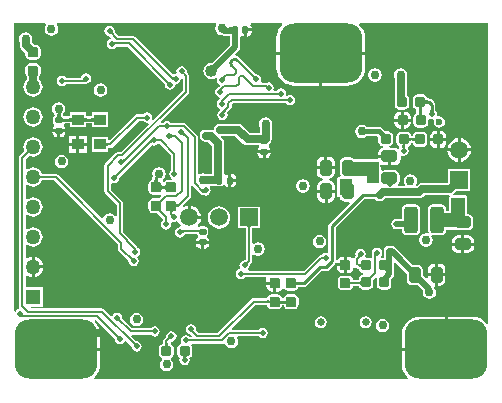
<source format=gbl>
G04 Layer_Physical_Order=4*
G04 Layer_Color=16711680*
%FSLAX25Y25*%
%MOIN*%
G70*
G01*
G75*
%ADD11C,0.00800*%
G04:AMPARAMS|DCode=12|XSize=37.8mil|YSize=53.54mil|CornerRadius=9.45mil|HoleSize=0mil|Usage=FLASHONLY|Rotation=180.000|XOffset=0mil|YOffset=0mil|HoleType=Round|Shape=RoundedRectangle|*
%AMROUNDEDRECTD12*
21,1,0.03780,0.03465,0,0,180.0*
21,1,0.01890,0.05354,0,0,180.0*
1,1,0.01890,-0.00945,0.01732*
1,1,0.01890,0.00945,0.01732*
1,1,0.01890,0.00945,-0.01732*
1,1,0.01890,-0.00945,-0.01732*
%
%ADD12ROUNDEDRECTD12*%
G04:AMPARAMS|DCode=22|XSize=20.08mil|YSize=23.62mil|CornerRadius=5.12mil|HoleSize=0mil|Usage=FLASHONLY|Rotation=0.000|XOffset=0mil|YOffset=0mil|HoleType=Round|Shape=RoundedRectangle|*
%AMROUNDEDRECTD22*
21,1,0.02008,0.01338,0,0,0.0*
21,1,0.00984,0.02362,0,0,0.0*
1,1,0.01024,0.00492,-0.00669*
1,1,0.01024,-0.00492,-0.00669*
1,1,0.01024,-0.00492,0.00669*
1,1,0.01024,0.00492,0.00669*
%
%ADD22ROUNDEDRECTD22*%
G04:AMPARAMS|DCode=23|XSize=34.25mil|YSize=35.83mil|CornerRadius=8.73mil|HoleSize=0mil|Usage=FLASHONLY|Rotation=0.000|XOffset=0mil|YOffset=0mil|HoleType=Round|Shape=RoundedRectangle|*
%AMROUNDEDRECTD23*
21,1,0.03425,0.01836,0,0,0.0*
21,1,0.01678,0.03583,0,0,0.0*
1,1,0.01747,0.00839,-0.00918*
1,1,0.01747,-0.00839,-0.00918*
1,1,0.01747,-0.00839,0.00918*
1,1,0.01747,0.00839,0.00918*
%
%ADD23ROUNDEDRECTD23*%
G04:AMPARAMS|DCode=24|XSize=34.25mil|YSize=35.83mil|CornerRadius=8.73mil|HoleSize=0mil|Usage=FLASHONLY|Rotation=270.000|XOffset=0mil|YOffset=0mil|HoleType=Round|Shape=RoundedRectangle|*
%AMROUNDEDRECTD24*
21,1,0.03425,0.01836,0,0,270.0*
21,1,0.01678,0.03583,0,0,270.0*
1,1,0.01747,-0.00918,-0.00839*
1,1,0.01747,-0.00918,0.00839*
1,1,0.01747,0.00918,0.00839*
1,1,0.01747,0.00918,-0.00839*
%
%ADD24ROUNDEDRECTD24*%
G04:AMPARAMS|DCode=33|XSize=20.08mil|YSize=23.62mil|CornerRadius=5.12mil|HoleSize=0mil|Usage=FLASHONLY|Rotation=270.000|XOffset=0mil|YOffset=0mil|HoleType=Round|Shape=RoundedRectangle|*
%AMROUNDEDRECTD33*
21,1,0.02008,0.01338,0,0,270.0*
21,1,0.00984,0.02362,0,0,270.0*
1,1,0.01024,-0.00669,-0.00492*
1,1,0.01024,-0.00669,0.00492*
1,1,0.01024,0.00669,0.00492*
1,1,0.01024,0.00669,-0.00492*
%
%ADD33ROUNDEDRECTD33*%
%ADD41C,0.01000*%
%ADD43C,0.02500*%
%ADD45C,0.02000*%
%ADD46C,0.01500*%
%ADD72R,0.05906X0.05906*%
%ADD73C,0.05906*%
%ADD74R,0.04961X0.04961*%
%ADD75C,0.04961*%
%ADD76R,0.05906X0.05906*%
G04:AMPARAMS|DCode=77|XSize=275.59mil|YSize=196.85mil|CornerRadius=49.21mil|HoleSize=0mil|Usage=FLASHONLY|Rotation=180.000|XOffset=0mil|YOffset=0mil|HoleType=Round|Shape=RoundedRectangle|*
%AMROUNDEDRECTD77*
21,1,0.27559,0.09843,0,0,180.0*
21,1,0.17716,0.19685,0,0,180.0*
1,1,0.09843,-0.08858,0.04921*
1,1,0.09843,0.08858,0.04921*
1,1,0.09843,0.08858,-0.04921*
1,1,0.09843,-0.08858,-0.04921*
%
%ADD77ROUNDEDRECTD77*%
%ADD78C,0.02500*%
%ADD79C,0.03000*%
%ADD80C,0.02000*%
%ADD81C,0.02362*%
%ADD82C,0.04000*%
G04:AMPARAMS|DCode=95|XSize=37.8mil|YSize=53.54mil|CornerRadius=9.45mil|HoleSize=0mil|Usage=FLASHONLY|Rotation=270.000|XOffset=0mil|YOffset=0mil|HoleType=Round|Shape=RoundedRectangle|*
%AMROUNDEDRECTD95*
21,1,0.03780,0.03465,0,0,270.0*
21,1,0.01890,0.05354,0,0,270.0*
1,1,0.01890,-0.01732,-0.00945*
1,1,0.01890,-0.01732,0.00945*
1,1,0.01890,0.01732,0.00945*
1,1,0.01890,0.01732,-0.00945*
%
%ADD95ROUNDEDRECTD95*%
G04:AMPARAMS|DCode=96|XSize=46.85mil|YSize=87.4mil|CornerRadius=9.84mil|HoleSize=0mil|Usage=FLASHONLY|Rotation=180.000|XOffset=0mil|YOffset=0mil|HoleType=Round|Shape=RoundedRectangle|*
%AMROUNDEDRECTD96*
21,1,0.04685,0.06772,0,0,180.0*
21,1,0.02717,0.08740,0,0,180.0*
1,1,0.01968,-0.01359,0.03386*
1,1,0.01968,0.01359,0.03386*
1,1,0.01968,0.01359,-0.03386*
1,1,0.01968,-0.01359,-0.03386*
%
%ADD96ROUNDEDRECTD96*%
%ADD97R,0.03937X0.03543*%
%ADD98R,0.03900X0.04900*%
%ADD99R,0.10500X0.04900*%
%ADD100R,0.04300X0.05300*%
%ADD101R,0.11100X0.04900*%
%ADD102R,0.04500X0.06300*%
G36*
X74002Y116460D02*
X73998Y116446D01*
X73943Y116434D01*
X73838Y116424D01*
X73476Y116407D01*
X72722Y116399D01*
X72721Y116389D01*
X72664Y116399D01*
X71687Y116389D01*
X71689Y116565D01*
X70994Y116684D01*
X71707Y118064D01*
X71711Y118389D01*
X71876Y118391D01*
X71941Y118517D01*
X71957Y118492D01*
X71990Y118471D01*
X72040Y118452D01*
X72108Y118435D01*
X72192Y118421D01*
X72298Y118411D01*
X73167Y118477D01*
X73383Y118515D01*
X73575Y118561D01*
X73742Y118614D01*
X73884Y118673D01*
X74002Y118740D01*
Y116460D01*
D02*
G37*
G36*
X159276Y19785D02*
X158776Y19606D01*
X158265Y20229D01*
X157364Y20968D01*
X156335Y21518D01*
X155219Y21857D01*
X154058Y21971D01*
X145700D01*
Y11100D01*
X145200D01*
Y10600D01*
X130392D01*
Y6179D01*
X130506Y5018D01*
X130845Y3902D01*
X131395Y2873D01*
X132134Y1971D01*
X132437Y1723D01*
X132258Y1223D01*
X27920D01*
X27741Y1723D01*
X28166Y2072D01*
X28905Y2973D01*
X29455Y4002D01*
X29794Y5118D01*
X29908Y6279D01*
Y10700D01*
X15100D01*
Y11700D01*
X29908D01*
Y16121D01*
X29794Y17282D01*
X29455Y18398D01*
X28905Y19427D01*
X28166Y20328D01*
X28004Y20461D01*
X28174Y20966D01*
X28506Y21008D01*
X34791Y14723D01*
X34767Y14600D01*
X34899Y13937D01*
X35274Y13374D01*
X35837Y12999D01*
X36500Y12867D01*
X37163Y12999D01*
X37726Y13374D01*
X38009Y13798D01*
X38573Y13941D01*
X40291Y12223D01*
X40267Y12100D01*
X40399Y11437D01*
X40774Y10874D01*
X41337Y10499D01*
X42000Y10367D01*
X42663Y10499D01*
X43226Y10874D01*
X43601Y11437D01*
X43733Y12100D01*
X43601Y12763D01*
X43226Y13326D01*
X42663Y13701D01*
X42000Y13833D01*
X41877Y13809D01*
X40208Y15479D01*
X40415Y15979D01*
X46705D01*
X46774Y15874D01*
X47337Y15499D01*
X48000Y15367D01*
X48663Y15499D01*
X49226Y15874D01*
X49601Y16437D01*
X49733Y17100D01*
X49601Y17763D01*
X49226Y18326D01*
X48663Y18701D01*
X48000Y18833D01*
X47337Y18701D01*
X46774Y18326D01*
X46705Y18222D01*
X40465D01*
X37209Y21477D01*
X37233Y21600D01*
X37101Y22263D01*
X36726Y22826D01*
X36163Y23201D01*
X35500Y23333D01*
X34837Y23201D01*
X34274Y22826D01*
X33991Y22402D01*
X33427Y22259D01*
X31193Y24493D01*
X30829Y24736D01*
X30400Y24822D01*
X30400Y24822D01*
X6697D01*
X6631Y24920D01*
X6899Y25420D01*
X10680D01*
Y31780D01*
X5041D01*
Y35535D01*
X5490Y35756D01*
X5745Y35560D01*
X6592Y35209D01*
X7000Y35155D01*
Y38600D01*
Y42044D01*
X6592Y41991D01*
X5745Y41640D01*
X5490Y41444D01*
X5041Y41665D01*
Y45848D01*
X5541Y46094D01*
X5896Y45822D01*
X6670Y45502D01*
X7500Y45392D01*
X8330Y45502D01*
X9104Y45822D01*
X9768Y46332D01*
X10278Y46996D01*
X10598Y47770D01*
X10708Y48600D01*
X10598Y49430D01*
X10278Y50204D01*
X9768Y50868D01*
X9104Y51378D01*
X8330Y51698D01*
X7500Y51808D01*
X6670Y51698D01*
X5896Y51378D01*
X5541Y51106D01*
X5041Y51352D01*
Y55848D01*
X5541Y56094D01*
X5896Y55822D01*
X6670Y55502D01*
X7500Y55392D01*
X8330Y55502D01*
X9104Y55822D01*
X9768Y56332D01*
X10278Y56996D01*
X10598Y57770D01*
X10708Y58600D01*
X10598Y59430D01*
X10278Y60204D01*
X9768Y60868D01*
X9104Y61378D01*
X8330Y61699D01*
X7500Y61808D01*
X6670Y61699D01*
X5896Y61378D01*
X5541Y61106D01*
X5041Y61352D01*
Y65848D01*
X5541Y66094D01*
X5896Y65822D01*
X6670Y65501D01*
X7500Y65392D01*
X8330Y65501D01*
X9104Y65822D01*
X9768Y66332D01*
X10278Y66996D01*
X10478Y67478D01*
X14559D01*
X35778Y46259D01*
Y44700D01*
X35778Y44700D01*
X35864Y44271D01*
X36107Y43907D01*
X39291Y40723D01*
X39267Y40600D01*
X39399Y39937D01*
X39774Y39374D01*
X40337Y38999D01*
X41000Y38867D01*
X41663Y38999D01*
X42226Y39374D01*
X42601Y39937D01*
X42733Y40600D01*
X42601Y41263D01*
X42383Y41590D01*
X42243Y41850D01*
X42511Y42231D01*
X42726Y42374D01*
X43101Y42937D01*
X43233Y43600D01*
X43101Y44263D01*
X42726Y44826D01*
X42554Y44940D01*
X42536Y45029D01*
X42293Y45393D01*
X42293Y45393D01*
X39761Y47925D01*
X39736Y48050D01*
X39493Y48414D01*
X37622Y50286D01*
Y59800D01*
X37622Y59800D01*
X37536Y60229D01*
X37293Y60593D01*
X37293Y60593D01*
X33522Y64365D01*
Y66354D01*
X34022Y66662D01*
X34500Y66567D01*
X35163Y66699D01*
X35726Y67074D01*
X36101Y67637D01*
X36233Y68300D01*
X36209Y68423D01*
X47046Y79260D01*
X47137Y79199D01*
X47800Y79067D01*
X48463Y79199D01*
X49026Y79574D01*
X49095Y79678D01*
X49635D01*
X53478Y75835D01*
Y70895D01*
X53374Y70826D01*
X52999Y70263D01*
X52867Y69600D01*
X52999Y68937D01*
X53374Y68374D01*
X53822Y68075D01*
X53699Y67575D01*
X52582D01*
X51968Y67453D01*
X51448Y67105D01*
X51397Y67030D01*
X50853Y67004D01*
X50659Y67225D01*
X50720Y67769D01*
X51086Y68014D01*
X51572Y68742D01*
X51743Y69600D01*
X51572Y70458D01*
X51086Y71186D01*
X50358Y71672D01*
X49500Y71843D01*
X48642Y71672D01*
X47914Y71186D01*
X47428Y70458D01*
X47257Y69600D01*
X47366Y69051D01*
X47276Y68600D01*
Y67628D01*
X47271Y67566D01*
X47262Y67511D01*
X46968Y67453D01*
X46448Y67105D01*
X46100Y66585D01*
X45978Y65971D01*
Y64292D01*
X46100Y63678D01*
X46448Y63158D01*
X46968Y62810D01*
X47582Y62688D01*
X49418D01*
X49928Y62789D01*
X50188Y62455D01*
X50222Y62377D01*
X49357Y61512D01*
X47582D01*
X46968Y61390D01*
X46448Y61042D01*
X46100Y60522D01*
X45978Y59908D01*
Y58229D01*
X46100Y57615D01*
X46448Y57095D01*
X46968Y56747D01*
X47582Y56625D01*
X48889D01*
X50778Y54735D01*
Y54095D01*
X50674Y54026D01*
X50299Y53463D01*
X50167Y52800D01*
X50299Y52137D01*
X50674Y51574D01*
X51237Y51199D01*
X51900Y51067D01*
X52563Y51199D01*
X53126Y51574D01*
X53501Y52137D01*
X53633Y52800D01*
X53558Y53177D01*
X53975Y53586D01*
X54357Y53510D01*
X55020Y53642D01*
X55227Y53780D01*
X55846Y53592D01*
X56047Y53107D01*
X56657Y52312D01*
X56613Y52113D01*
X56601Y52084D01*
X56455Y51824D01*
X55837Y51701D01*
X55274Y51326D01*
X54899Y50763D01*
X54767Y50100D01*
X54899Y49437D01*
X55274Y48874D01*
X55837Y48499D01*
X56500Y48367D01*
X57163Y48499D01*
X57726Y48874D01*
X58101Y49437D01*
X58110Y49478D01*
X62183D01*
X62189Y49446D01*
X62457Y49045D01*
X62404Y48480D01*
X62241Y48371D01*
X61907Y47871D01*
X61791Y47289D01*
X64000D01*
X66209D01*
X66093Y47871D01*
X65759Y48371D01*
X65596Y48480D01*
X65543Y49045D01*
X65811Y49446D01*
X65905Y49919D01*
Y50903D01*
X65811Y51376D01*
X65543Y51777D01*
X65142Y52045D01*
X64669Y52139D01*
X63331D01*
X62858Y52045D01*
X62627Y51890D01*
X62319Y52281D01*
X62953Y53107D01*
X63351Y54068D01*
X63421Y54600D01*
X59500D01*
Y55100D01*
X59000D01*
Y59021D01*
X58468Y58951D01*
X57744Y58651D01*
X57461Y59075D01*
X59893Y61507D01*
X59893Y61507D01*
X60136Y61871D01*
X60222Y62300D01*
X60222Y62300D01*
Y65270D01*
X60222Y65270D01*
X60187Y65443D01*
X60614Y65815D01*
X60622Y65815D01*
X63512Y62925D01*
X63512Y62925D01*
X63876Y62682D01*
X64141Y62629D01*
X64337Y62499D01*
X65000Y62367D01*
X65663Y62499D01*
X66226Y62874D01*
X66601Y63437D01*
X66733Y64100D01*
X66601Y64763D01*
X66369Y65112D01*
X66629Y65612D01*
X68490D01*
X68524Y65589D01*
X68997Y65495D01*
X69981D01*
X70454Y65589D01*
X70855Y65857D01*
X71420Y65803D01*
X71529Y65641D01*
X72029Y65307D01*
X72611Y65191D01*
Y67400D01*
Y69609D01*
X72029Y69493D01*
X71777Y69325D01*
X71277Y69592D01*
Y79911D01*
X71126Y80672D01*
X70695Y81317D01*
X70100Y81912D01*
X70307Y82412D01*
X74876D01*
X77583Y79705D01*
X78228Y79274D01*
X78989Y79123D01*
X82667D01*
X82818Y78623D01*
X82741Y78571D01*
X82407Y78071D01*
X82291Y77489D01*
X84500D01*
X86709D01*
X86593Y78071D01*
X86259Y78571D01*
X86097Y78680D01*
X86043Y79245D01*
X86305Y79638D01*
X86406Y79705D01*
X86837Y80350D01*
X86988Y81111D01*
Y85316D01*
X87072Y85442D01*
X87243Y86300D01*
X87072Y87158D01*
X86586Y87886D01*
X85858Y88372D01*
X85000Y88543D01*
X84142Y88372D01*
X83414Y87886D01*
X82928Y87158D01*
X82757Y86300D01*
X82928Y85442D01*
X83012Y85316D01*
Y83099D01*
X79813D01*
X77106Y85806D01*
X76461Y86237D01*
X75700Y86388D01*
X69800D01*
X69039Y86237D01*
X68394Y85806D01*
X67963Y85161D01*
X67859Y84639D01*
X67654Y84362D01*
X67325Y84284D01*
X66800Y84388D01*
X65000D01*
X64239Y84237D01*
X63594Y83806D01*
X63163Y83161D01*
X63012Y82400D01*
X63163Y81639D01*
X63594Y80994D01*
X64239Y80563D01*
X65000Y80412D01*
X65977D01*
X67301Y79088D01*
Y69588D01*
X65084D01*
X64958Y69672D01*
X64100Y69843D01*
X63242Y69672D01*
X62963Y69486D01*
X62522Y69722D01*
Y81900D01*
X62522Y81900D01*
X62436Y82329D01*
X62193Y82693D01*
X62193Y82693D01*
X58457Y86429D01*
X58093Y86672D01*
X57664Y86757D01*
X57664Y86757D01*
X53378D01*
X52863Y87101D01*
X52200Y87233D01*
X51537Y87101D01*
X50974Y86726D01*
X50905Y86622D01*
X50361D01*
X50170Y87084D01*
X59293Y96207D01*
X59293Y96207D01*
X59536Y96571D01*
X59622Y97000D01*
X59622Y97000D01*
Y102300D01*
X59622Y102300D01*
X59536Y102729D01*
X59293Y103093D01*
X58709Y103677D01*
X58733Y103800D01*
X58601Y104463D01*
X58226Y105026D01*
X57663Y105401D01*
X57000Y105533D01*
X56337Y105401D01*
X55774Y105026D01*
X55399Y104463D01*
X55267Y103800D01*
X55335Y103458D01*
X54988Y103022D01*
X54953Y103012D01*
X54322Y102886D01*
X54201Y102806D01*
X41614Y115393D01*
X41251Y115636D01*
X40821Y115722D01*
X40821Y115722D01*
X35965D01*
X34667Y117019D01*
X34733Y117350D01*
X34601Y118013D01*
X34226Y118576D01*
X33663Y118951D01*
X33000Y119083D01*
X32337Y118951D01*
X31774Y118576D01*
X31399Y118013D01*
X31267Y117350D01*
X31399Y116687D01*
X31774Y116124D01*
X32337Y115749D01*
X32872Y115642D01*
X33442Y115072D01*
X33277Y114529D01*
X33137Y114501D01*
X32574Y114126D01*
X32199Y113563D01*
X32067Y112900D01*
X32199Y112237D01*
X32574Y111674D01*
X33137Y111299D01*
X33800Y111167D01*
X34463Y111299D01*
X35026Y111674D01*
X35229Y111978D01*
X38887D01*
X51367Y99498D01*
X51342Y99376D01*
X51474Y98712D01*
X51850Y98150D01*
X52412Y97774D01*
X53076Y97642D01*
X53739Y97774D01*
X54301Y98150D01*
X54677Y98712D01*
X54752Y99088D01*
X54985Y99552D01*
X55648Y99684D01*
X56211Y100059D01*
X56586Y100622D01*
X56718Y101285D01*
X57005Y101570D01*
X57378Y101223D01*
Y97465D01*
X47601Y87687D01*
X47141Y87934D01*
X47233Y88400D01*
X47101Y89063D01*
X46726Y89626D01*
X46163Y90001D01*
X45500Y90133D01*
X44837Y90001D01*
X44274Y89626D01*
X44205Y89522D01*
X42200D01*
X42200Y89522D01*
X41771Y89436D01*
X41407Y89193D01*
X41407Y89193D01*
X33049Y80835D01*
X32549Y81042D01*
Y81904D01*
X27212D01*
Y76961D01*
X32549D01*
Y78311D01*
X33232D01*
X33232Y78311D01*
X33661Y78396D01*
X34025Y78639D01*
X42665Y87278D01*
X44205D01*
X44274Y87174D01*
X44837Y86799D01*
X45500Y86667D01*
X45966Y86759D01*
X46213Y86299D01*
X36835Y76922D01*
X35830D01*
X35830Y76922D01*
X35401Y76836D01*
X35037Y76593D01*
X35037Y76593D01*
X31607Y73163D01*
X31364Y72799D01*
X31278Y72370D01*
X31278Y72370D01*
Y63900D01*
X31278Y63900D01*
X31364Y63471D01*
X31607Y63107D01*
X35378Y59335D01*
Y55600D01*
X34878Y55449D01*
X34586Y55886D01*
X33858Y56372D01*
X33000Y56543D01*
X32142Y56372D01*
X31414Y55886D01*
X30928Y55158D01*
X30886Y54947D01*
X30407Y54802D01*
X15816Y69393D01*
X15452Y69636D01*
X15023Y69722D01*
X15023Y69722D01*
X10478D01*
X10278Y70204D01*
X9768Y70868D01*
X9104Y71378D01*
X8330Y71698D01*
X7500Y71808D01*
X6670Y71698D01*
X5896Y71378D01*
X5541Y71106D01*
X5041Y71352D01*
Y74555D01*
X6187Y75701D01*
X6670Y75502D01*
X7500Y75392D01*
X8330Y75502D01*
X9104Y75822D01*
X9768Y76332D01*
X10278Y76996D01*
X10598Y77770D01*
X10708Y78600D01*
X10598Y79430D01*
X10278Y80204D01*
X9768Y80868D01*
X9104Y81378D01*
X8330Y81699D01*
X7500Y81808D01*
X6670Y81699D01*
X5896Y81378D01*
X5232Y80868D01*
X4722Y80204D01*
X4402Y79430D01*
X4292Y78600D01*
X4402Y77770D01*
X4601Y77288D01*
X3127Y75813D01*
X2884Y75449D01*
X2798Y75020D01*
X2798Y75020D01*
Y25664D01*
X2798Y25664D01*
X2884Y25235D01*
X2975Y25098D01*
X2783Y24565D01*
X2761Y24546D01*
X2537Y24501D01*
X1974Y24126D01*
X1723Y23750D01*
X1223Y23902D01*
Y119776D01*
X11617D01*
X11874Y119276D01*
X11528Y118758D01*
X11357Y117900D01*
X11528Y117042D01*
X12014Y116314D01*
X12742Y115828D01*
X13600Y115657D01*
X14458Y115828D01*
X15186Y116314D01*
X15672Y117042D01*
X15843Y117900D01*
X15672Y118758D01*
X15326Y119276D01*
X15583Y119776D01*
X68373D01*
X68640Y119276D01*
X68428Y118958D01*
X68257Y118100D01*
X68428Y117242D01*
X68914Y116514D01*
X69642Y116028D01*
X70420Y115873D01*
X70548Y115788D01*
X71211Y115656D01*
X73167D01*
Y112718D01*
X67199Y106750D01*
X66958Y106782D01*
X66253Y106689D01*
X65597Y106417D01*
X65033Y105984D01*
X64600Y105420D01*
X64328Y104763D01*
X64235Y104058D01*
X64328Y103353D01*
X64600Y102697D01*
X65033Y102133D01*
X65597Y101700D01*
X66253Y101428D01*
X66958Y101335D01*
X67663Y101428D01*
X68320Y101700D01*
X68418Y101775D01*
X68863Y101487D01*
X68767Y101000D01*
X68899Y100337D01*
X69274Y99774D01*
X69578Y99571D01*
X69674Y98960D01*
X69335Y98621D01*
X69237Y98601D01*
X68674Y98226D01*
X68299Y97663D01*
X68167Y97000D01*
X68299Y96337D01*
X68674Y95774D01*
X69237Y95399D01*
X69544Y95337D01*
X69709Y94795D01*
X69707Y94793D01*
X69464Y94429D01*
X69423Y94225D01*
X69274Y94126D01*
X68899Y93563D01*
X68767Y92900D01*
X68899Y92237D01*
X69274Y91674D01*
X69696Y91392D01*
X69791Y91148D01*
X69808Y90957D01*
X69802Y90897D01*
X69785Y90806D01*
X69779Y90800D01*
X69769Y90794D01*
X69759Y90783D01*
X69759Y90783D01*
X69374Y90526D01*
X68999Y89963D01*
X68867Y89300D01*
X68999Y88637D01*
X69374Y88074D01*
X69937Y87699D01*
X70600Y87567D01*
X71263Y87699D01*
X71826Y88074D01*
X72201Y88637D01*
X72333Y89300D01*
X72201Y89963D01*
X72181Y89994D01*
X72193Y90007D01*
X72254Y90098D01*
X73393Y91237D01*
X73393Y91237D01*
X73636Y91601D01*
X73722Y92030D01*
X73722Y92030D01*
Y92635D01*
X74265Y93178D01*
X91738D01*
X91874Y92974D01*
X92437Y92599D01*
X93100Y92467D01*
X93763Y92599D01*
X94326Y92974D01*
X94701Y93537D01*
X94833Y94200D01*
X94701Y94863D01*
X94326Y95426D01*
X93763Y95801D01*
X93100Y95933D01*
X92437Y95801D01*
X92307Y95714D01*
X91857Y96015D01*
X91933Y96400D01*
X91801Y97063D01*
X91426Y97626D01*
X90863Y98001D01*
X90200Y98133D01*
X89537Y98001D01*
X88974Y97626D01*
X88838Y97422D01*
X87946D01*
X87638Y97922D01*
X87733Y98400D01*
X87601Y99063D01*
X87226Y99626D01*
X86663Y100001D01*
X86000Y100133D01*
X85438Y100022D01*
X83780D01*
X83518Y100522D01*
X83633Y101100D01*
X83501Y101763D01*
X83126Y102326D01*
X82563Y102701D01*
X81900Y102833D01*
X81777Y102809D01*
X76653Y107933D01*
X76649Y107951D01*
X76384Y108348D01*
X76377Y108353D01*
X76376Y108354D01*
X76371Y108357D01*
X76296Y108415D01*
X75667Y108835D01*
X75022Y108964D01*
X74857Y109506D01*
X76126Y110774D01*
X76501Y111337D01*
X76633Y112000D01*
Y115303D01*
X77133Y115571D01*
X77229Y115507D01*
X77811Y115391D01*
Y117600D01*
X78311D01*
Y118100D01*
X80345D01*
Y118269D01*
X80227Y118859D01*
X79948Y119276D01*
X80042Y119584D01*
X80168Y119776D01*
X90458D01*
X90637Y119276D01*
X90334Y119028D01*
X89595Y118127D01*
X89045Y117098D01*
X88706Y115982D01*
X88592Y114821D01*
Y110400D01*
X118208D01*
Y114821D01*
X118094Y115982D01*
X117755Y117098D01*
X117205Y118127D01*
X116465Y119028D01*
X116163Y119276D01*
X116342Y119776D01*
X159276D01*
Y19785D01*
D02*
G37*
G36*
X71752Y101986D02*
X71683Y101912D01*
X71623Y101838D01*
X71573Y101763D01*
X71531Y101688D01*
X71499Y101611D01*
X71476Y101535D01*
X71462Y101457D01*
X71457Y101380D01*
X71462Y101301D01*
X71475Y101222D01*
X70298Y101979D01*
X70377Y101998D01*
X70455Y102023D01*
X70533Y102053D01*
X70609Y102089D01*
X70685Y102130D01*
X70760Y102176D01*
X70834Y102228D01*
X70907Y102285D01*
X71051Y102416D01*
X71752Y101986D01*
D02*
G37*
G36*
X53802Y102190D02*
X53876Y102130D01*
X53947Y102083D01*
X54015Y102047D01*
X54082Y102023D01*
X54145Y102010D01*
X54207Y102010D01*
X54266Y102021D01*
X54323Y102044D01*
X54377Y102079D01*
X54129Y100768D01*
X53288Y101568D01*
X53726Y102261D01*
X53802Y102190D01*
D02*
G37*
G36*
X71661Y90495D02*
X71591Y90420D01*
X71532Y90346D01*
X71484Y90274D01*
X71447Y90203D01*
X71422Y90133D01*
X71408Y90064D01*
X71405Y89997D01*
X71413Y89931D01*
X71433Y89867D01*
X71464Y89804D01*
X70152Y90194D01*
X70188Y90215D01*
X70235Y90250D01*
X70362Y90355D01*
X70635Y90607D01*
X71006Y90971D01*
X71661Y90495D01*
D02*
G37*
G36*
X57650Y83634D02*
X57679Y83559D01*
X57713Y83485D01*
X57751Y83411D01*
X57795Y83338D01*
X57897Y83193D01*
X57956Y83121D01*
X58088Y82978D01*
X57708Y82227D01*
X57634Y82296D01*
X57560Y82355D01*
X57485Y82405D01*
X57410Y82444D01*
X57335Y82475D01*
X57260Y82495D01*
X57184Y82506D01*
X57109Y82507D01*
X57033Y82498D01*
X56957Y82480D01*
X57626Y83709D01*
X57650Y83634D01*
D02*
G37*
G36*
X53460Y82943D02*
X53525Y82892D01*
X53595Y82847D01*
X53669Y82808D01*
X53747Y82775D01*
X53829Y82748D01*
X53916Y82727D01*
X54007Y82712D01*
X54102Y82703D01*
X54202Y82700D01*
Y81900D01*
X54102Y81897D01*
X54007Y81888D01*
X53916Y81873D01*
X53829Y81852D01*
X53747Y81825D01*
X53669Y81792D01*
X53595Y81753D01*
X53525Y81708D01*
X53460Y81657D01*
X53399Y81600D01*
Y83000D01*
X53460Y82943D01*
D02*
G37*
G36*
X47226Y79981D02*
X47169Y80015D01*
X47109Y80037D01*
X47048Y80047D01*
X46984Y80046D01*
X46919Y80033D01*
X46852Y80009D01*
X46782Y79973D01*
X46710Y79926D01*
X46637Y79866D01*
X46561Y79796D01*
X46110Y80475D01*
X46931Y81295D01*
X47226Y79981D01*
D02*
G37*
G36*
X31833Y80156D02*
X31857Y80088D01*
X31898Y80028D01*
X31955Y79976D01*
X32028Y79932D01*
X32117Y79896D01*
X32223Y79868D01*
X32344Y79848D01*
X32482Y79836D01*
X32637Y79832D01*
Y79032D01*
X32482Y79028D01*
X32344Y79016D01*
X32223Y78996D01*
X32117Y78968D01*
X32028Y78932D01*
X31955Y78888D01*
X31898Y78836D01*
X31857Y78776D01*
X31833Y78708D01*
X31825Y78632D01*
Y80232D01*
X31833Y80156D01*
D02*
G37*
G36*
X38405Y73902D02*
X37528Y73140D01*
X37370Y74442D01*
X37418Y74406D01*
X37470Y74382D01*
X37524Y74370D01*
X37582Y74370D01*
X37642Y74382D01*
X37706Y74405D01*
X37773Y74441D01*
X37843Y74489D01*
X37916Y74549D01*
X37992Y74621D01*
X38405Y73902D01*
D02*
G37*
G36*
X49005Y67654D02*
X49020Y67479D01*
X49045Y67325D01*
X49080Y67191D01*
X49124Y67078D01*
X49179Y66985D01*
X49244Y66913D01*
X49319Y66862D01*
X49403Y66831D01*
X49498Y66821D01*
X47502D01*
X47597Y66831D01*
X47681Y66862D01*
X47756Y66913D01*
X47821Y66985D01*
X47876Y67078D01*
X47920Y67191D01*
X47955Y67325D01*
X47980Y67479D01*
X47995Y67654D01*
X48000Y67849D01*
X49000D01*
X49005Y67654D01*
D02*
G37*
G36*
X51754Y64102D02*
X51743Y64197D01*
X51711Y64281D01*
X51658Y64356D01*
X51584Y64421D01*
X51490Y64476D01*
X51374Y64520D01*
X51238Y64555D01*
X51081Y64580D01*
X51000Y64587D01*
X50919Y64580D01*
X50762Y64555D01*
X50626Y64520D01*
X50510Y64476D01*
X50416Y64421D01*
X50342Y64356D01*
X50289Y64281D01*
X50257Y64197D01*
X50246Y64102D01*
X50259Y66098D01*
X50269Y66003D01*
X50299Y65918D01*
X50351Y65844D01*
X50423Y65779D01*
X50516Y65724D01*
X50631Y65680D01*
X50766Y65645D01*
X50922Y65620D01*
X51000Y65613D01*
X51078Y65620D01*
X51234Y65645D01*
X51369Y65680D01*
X51484Y65724D01*
X51577Y65779D01*
X51649Y65844D01*
X51701Y65918D01*
X51731Y66003D01*
X51741Y66098D01*
X51754Y64102D01*
D02*
G37*
G36*
X63738Y64855D02*
X63811Y64793D01*
X63879Y64744D01*
X63943Y64707D01*
X64002Y64683D01*
X64057Y64670D01*
X64107Y64670D01*
X64153Y64681D01*
X64195Y64705D01*
X64232Y64741D01*
X64224Y63469D01*
X63296Y64161D01*
X63661Y64928D01*
X63738Y64855D01*
D02*
G37*
G36*
X55290Y59608D02*
X55308Y59579D01*
X55337Y59553D01*
X55378Y59531D01*
X55430Y59512D01*
X55495Y59496D01*
X55571Y59484D01*
X55658Y59475D01*
X55869Y59469D01*
Y58669D01*
X55757Y58667D01*
X55571Y58653D01*
X55495Y58641D01*
X55430Y58625D01*
X55378Y58606D01*
X55337Y58584D01*
X55308Y58558D01*
X55290Y58529D01*
X55284Y58496D01*
Y59641D01*
X55290Y59608D01*
D02*
G37*
G36*
X54224Y57355D02*
X54156Y57331D01*
X54096Y57290D01*
X54044Y57233D01*
X54000Y57160D01*
X53964Y57071D01*
X53936Y56965D01*
X53916Y56843D01*
X53904Y56705D01*
X53900Y56551D01*
X53100D01*
X53096Y56705D01*
X53084Y56843D01*
X53064Y56965D01*
X53036Y57071D01*
X53000Y57160D01*
X52956Y57233D01*
X52904Y57290D01*
X52844Y57331D01*
X52776Y57355D01*
X52700Y57363D01*
X54300D01*
X54224Y57355D01*
D02*
G37*
G36*
X56846Y51041D02*
X56889Y51032D01*
X57001Y51018D01*
X57146Y51008D01*
X57536Y51000D01*
X58095Y50200D01*
X57992Y50196D01*
X57898Y50186D01*
X57813Y50169D01*
X57737Y50144D01*
X57670Y50113D01*
X57612Y50074D01*
X57563Y50029D01*
X57522Y49977D01*
X57491Y49917D01*
X57468Y49851D01*
X56811Y51050D01*
X56846Y51041D01*
D02*
G37*
G36*
X62857Y49802D02*
X62854Y49878D01*
X62833Y49946D01*
X62794Y50005D01*
X62738Y50057D01*
X62663Y50101D01*
X62571Y50136D01*
X62460Y50164D01*
X62332Y50184D01*
X62185Y50196D01*
X62021Y50200D01*
X62040Y51000D01*
X62185Y51003D01*
X62441Y51024D01*
X62551Y51042D01*
X62650Y51066D01*
X62737Y51095D01*
X62813Y51129D01*
X62877Y51169D01*
X62929Y51213D01*
X62970Y51263D01*
X62857Y49802D01*
D02*
G37*
G36*
X4205Y22843D02*
X4222Y22792D01*
X4250Y22747D01*
X4289Y22708D01*
X4338Y22675D01*
X4399Y22648D01*
X4471Y22627D01*
X4555Y22612D01*
X4649Y22603D01*
X4754Y22600D01*
X4514Y21800D01*
X3358Y21913D01*
X4200Y22900D01*
X4205Y22843D01*
D02*
G37*
%LPC*%
G36*
X80345Y117100D02*
X78811D01*
Y115391D01*
X79393Y115507D01*
X79893Y115841D01*
X80227Y116341D01*
X80345Y116931D01*
Y117100D01*
D02*
G37*
G36*
X5000Y116843D02*
X4142Y116672D01*
X3414Y116186D01*
X2928Y115458D01*
X2757Y114600D01*
X2928Y113742D01*
X3012Y113616D01*
Y112631D01*
X3163Y111871D01*
X3594Y111226D01*
X4978Y109842D01*
Y109292D01*
X5100Y108678D01*
X5448Y108158D01*
X5968Y107810D01*
X6582Y107688D01*
X8418D01*
X9032Y107810D01*
X9552Y108158D01*
X9900Y108678D01*
X10022Y109292D01*
Y110971D01*
X9900Y111585D01*
X9552Y112105D01*
X9032Y112453D01*
X8418Y112575D01*
X7868D01*
X6988Y113455D01*
Y113616D01*
X7072Y113742D01*
X7243Y114600D01*
X7072Y115458D01*
X6586Y116186D01*
X5858Y116672D01*
X5000Y116843D01*
D02*
G37*
G36*
X25200Y103133D02*
X24537Y103001D01*
X23974Y102626D01*
X23599Y102063D01*
X23531Y101722D01*
X18495D01*
X18426Y101826D01*
X17863Y102201D01*
X17200Y102333D01*
X16537Y102201D01*
X15974Y101826D01*
X15599Y101263D01*
X15467Y100600D01*
X15599Y99937D01*
X15974Y99374D01*
X16537Y98999D01*
X17200Y98867D01*
X17863Y98999D01*
X18426Y99374D01*
X18495Y99478D01*
X24400D01*
X24400Y99478D01*
X24829Y99564D01*
X25033Y99700D01*
X25200Y99667D01*
X25863Y99799D01*
X26426Y100174D01*
X26801Y100737D01*
X26933Y101400D01*
X26801Y102063D01*
X26426Y102626D01*
X25863Y103001D01*
X25200Y103133D01*
D02*
G37*
G36*
X121500Y104843D02*
X120642Y104672D01*
X119914Y104186D01*
X119428Y103458D01*
X119257Y102600D01*
X119428Y101742D01*
X119914Y101014D01*
X120642Y100528D01*
X121500Y100357D01*
X122358Y100528D01*
X123086Y101014D01*
X123572Y101742D01*
X123743Y102600D01*
X123572Y103458D01*
X123086Y104186D01*
X122358Y104672D01*
X121500Y104843D01*
D02*
G37*
G36*
X118208Y109400D02*
X103900D01*
Y99029D01*
X112258D01*
X113419Y99143D01*
X114535Y99482D01*
X115564Y100032D01*
X116465Y100771D01*
X117205Y101673D01*
X117755Y102702D01*
X118094Y103818D01*
X118208Y104979D01*
Y109400D01*
D02*
G37*
G36*
X102900D02*
X88592D01*
Y104979D01*
X88706Y103818D01*
X89045Y102702D01*
X89595Y101673D01*
X90334Y100771D01*
X91236Y100032D01*
X92265Y99482D01*
X93381Y99143D01*
X94542Y99029D01*
X102900D01*
Y109400D01*
D02*
G37*
G36*
X8418Y106512D02*
X6582D01*
X5968Y106390D01*
X5448Y106042D01*
X5100Y105522D01*
X4978Y104908D01*
Y103229D01*
X5100Y102615D01*
X5448Y102095D01*
X5512Y102052D01*
Y101083D01*
X5232Y100868D01*
X4722Y100204D01*
X4402Y99430D01*
X4292Y98600D01*
X4402Y97770D01*
X4722Y96996D01*
X5232Y96332D01*
X5896Y95822D01*
X6670Y95502D01*
X7500Y95392D01*
X8330Y95502D01*
X9104Y95822D01*
X9768Y96332D01*
X10278Y96996D01*
X10598Y97770D01*
X10708Y98600D01*
X10598Y99430D01*
X10278Y100204D01*
X9768Y100868D01*
X9488Y101083D01*
Y102052D01*
X9552Y102095D01*
X9900Y102615D01*
X10022Y103229D01*
Y104908D01*
X9900Y105522D01*
X9552Y106042D01*
X9032Y106390D01*
X8418Y106512D01*
D02*
G37*
G36*
X30000Y99843D02*
X29142Y99672D01*
X28414Y99186D01*
X27928Y98458D01*
X27757Y97600D01*
X27928Y96742D01*
X28414Y96014D01*
X29142Y95528D01*
X30000Y95357D01*
X30858Y95528D01*
X31586Y96014D01*
X32072Y96742D01*
X32243Y97600D01*
X32072Y98458D01*
X31586Y99186D01*
X30858Y99672D01*
X30000Y99843D01*
D02*
G37*
G36*
X130000Y104843D02*
X129142Y104672D01*
X128414Y104186D01*
X127928Y103458D01*
X127757Y102600D01*
X127928Y101742D01*
X128012Y101616D01*
Y94068D01*
X128025Y94002D01*
Y92682D01*
X128147Y92068D01*
X128495Y91548D01*
X129015Y91200D01*
X129629Y91078D01*
X131308D01*
X131922Y91200D01*
X132442Y91548D01*
X132790Y92068D01*
X132912Y92682D01*
Y94518D01*
X132790Y95132D01*
X132442Y95652D01*
X131988Y95955D01*
Y101616D01*
X132072Y101742D01*
X132243Y102600D01*
X132072Y103458D01*
X131586Y104186D01*
X130858Y104672D01*
X130000Y104843D01*
D02*
G37*
G36*
X131497Y90365D02*
X131158D01*
Y88037D01*
X133407D01*
Y88455D01*
X133261Y89186D01*
X132847Y89806D01*
X132228Y90220D01*
X131497Y90365D01*
D02*
G37*
G36*
X130157D02*
X129818D01*
X129087Y90220D01*
X128468Y89806D01*
X128054Y89186D01*
X127908Y88455D01*
Y88037D01*
X130157D01*
Y90365D01*
D02*
G37*
G36*
X7500Y91808D02*
X6670Y91698D01*
X5896Y91378D01*
X5232Y90868D01*
X4722Y90204D01*
X4402Y89430D01*
X4292Y88600D01*
X4402Y87770D01*
X4722Y86996D01*
X5232Y86332D01*
X5896Y85822D01*
X6670Y85501D01*
X7500Y85392D01*
X8330Y85501D01*
X9104Y85822D01*
X9768Y86332D01*
X10278Y86996D01*
X10598Y87770D01*
X10708Y88600D01*
X10598Y89430D01*
X10278Y90204D01*
X9768Y90868D01*
X9104Y91378D01*
X8330Y91698D01*
X7500Y91808D01*
D02*
G37*
G36*
X16000Y93543D02*
X15142Y93372D01*
X14414Y92886D01*
X13928Y92158D01*
X13757Y91300D01*
X13928Y90442D01*
X14414Y89714D01*
X14624Y89574D01*
X14656Y89294D01*
X14635Y89029D01*
X14634Y89028D01*
X14557Y88977D01*
X14289Y88576D01*
X14195Y88103D01*
Y87119D01*
X14289Y86646D01*
X14557Y86245D01*
X14503Y85680D01*
X14341Y85571D01*
X14007Y85071D01*
X13891Y84489D01*
X16100D01*
X18309D01*
X18193Y85071D01*
X17859Y85571D01*
X17823Y85595D01*
X17755Y86139D01*
X18043Y86476D01*
X19657D01*
X19713Y86471D01*
X19732Y86468D01*
Y85228D01*
X25069D01*
Y86469D01*
X25081Y86471D01*
X25140Y86476D01*
X27137D01*
X27194Y86471D01*
X27212Y86468D01*
Y85228D01*
X32549D01*
Y90172D01*
X27212D01*
Y88932D01*
X27194Y88929D01*
X27137Y88924D01*
X25140D01*
X25081Y88929D01*
X25069Y88931D01*
Y90172D01*
X19732D01*
Y88932D01*
X19713Y88929D01*
X19657Y88924D01*
X17679D01*
X17643Y88977D01*
X17513Y89064D01*
X17509Y89662D01*
X17586Y89714D01*
X18072Y90442D01*
X18243Y91300D01*
X18072Y92158D01*
X17586Y92886D01*
X16858Y93372D01*
X16000Y93543D01*
D02*
G37*
G36*
X137371Y96122D02*
X135692D01*
X135078Y96000D01*
X134558Y95652D01*
X134210Y95132D01*
X134088Y94518D01*
Y92682D01*
X134210Y92068D01*
X134558Y91548D01*
X135078Y91200D01*
X135308Y91154D01*
Y89945D01*
X135267Y89937D01*
X134747Y89589D01*
X134399Y89069D01*
X134277Y88455D01*
Y86619D01*
X134399Y86005D01*
X134747Y85485D01*
X135267Y85137D01*
X135881Y85015D01*
X137560D01*
X138174Y85137D01*
X138694Y85485D01*
X139042Y86005D01*
X139164Y86619D01*
Y87680D01*
X139664Y87947D01*
X139737Y87899D01*
X140400Y87767D01*
X140695Y87825D01*
X140707Y87820D01*
X141080Y87392D01*
X140982Y86900D01*
X141128Y86166D01*
X141544Y85544D01*
X142166Y85128D01*
X142900Y84982D01*
X143634Y85128D01*
X144256Y85544D01*
X144672Y86166D01*
X144818Y86900D01*
X144672Y87634D01*
X144256Y88256D01*
X143634Y88672D01*
X142900Y88818D01*
X142490Y88736D01*
X142066Y89161D01*
X142133Y89500D01*
X142001Y90163D01*
X141633Y90714D01*
X141633Y90716D01*
X141627Y90752D01*
X141623Y90794D01*
Y92700D01*
X141530Y93168D01*
X141265Y93565D01*
X140365Y94465D01*
X139968Y94730D01*
X139500Y94823D01*
X139028D01*
X138966Y94829D01*
X138911Y94838D01*
X138853Y95132D01*
X138505Y95652D01*
X137985Y96000D01*
X137371Y96122D01*
D02*
G37*
G36*
X133407Y87037D02*
X131158D01*
Y84709D01*
X131497D01*
X132228Y84854D01*
X132847Y85268D01*
X133261Y85888D01*
X133407Y86619D01*
Y87037D01*
D02*
G37*
G36*
X130157D02*
X127908D01*
Y86619D01*
X128054Y85888D01*
X128468Y85268D01*
X129087Y84854D01*
X129818Y84709D01*
X130157D01*
Y87037D01*
D02*
G37*
G36*
X18309Y83489D02*
X16600D01*
Y81955D01*
X16769D01*
X17359Y82073D01*
X17859Y82407D01*
X18193Y82907D01*
X18309Y83489D01*
D02*
G37*
G36*
X15600D02*
X13891D01*
X14007Y82907D01*
X14341Y82407D01*
X14841Y82073D01*
X15431Y81955D01*
X15600D01*
Y83489D01*
D02*
G37*
G36*
X143371Y83928D02*
X143032D01*
Y81600D01*
X145281D01*
Y82018D01*
X145135Y82749D01*
X144721Y83369D01*
X144102Y83783D01*
X143371Y83928D01*
D02*
G37*
G36*
X142032D02*
X141692D01*
X140961Y83783D01*
X140342Y83369D01*
X139928Y82749D01*
X139782Y82018D01*
Y81600D01*
X142032D01*
Y83928D01*
D02*
G37*
G36*
X25368Y82204D02*
X22900D01*
Y79932D01*
X25368D01*
Y82204D01*
D02*
G37*
G36*
X21900D02*
X19432D01*
Y79932D01*
X21900D01*
Y82204D01*
D02*
G37*
G36*
X117100Y86043D02*
X116242Y85872D01*
X115514Y85386D01*
X115028Y84658D01*
X114857Y83800D01*
X115028Y82942D01*
X115514Y82214D01*
X116242Y81728D01*
X117100Y81557D01*
X117958Y81728D01*
X118686Y82214D01*
X118758Y82322D01*
X122288D01*
X122557Y82053D01*
Y80382D01*
X122679Y79768D01*
X123026Y79248D01*
X123547Y78900D01*
X124161Y78778D01*
X124143Y78285D01*
X123809Y78219D01*
X123166Y77789D01*
X122736Y77145D01*
X122585Y76387D01*
Y75942D01*
X126300D01*
Y75442D01*
X126800D01*
Y72514D01*
X128032D01*
X128791Y72665D01*
X129435Y73095D01*
X129864Y73738D01*
X130015Y74497D01*
Y75458D01*
X130515Y75763D01*
X131000Y75667D01*
X131663Y75799D01*
X132226Y76174D01*
X132601Y76737D01*
X132733Y77400D01*
X132601Y78063D01*
X132513Y78196D01*
X132508Y78285D01*
X132687Y78835D01*
X133005Y79048D01*
X133353Y79568D01*
X133434Y79978D01*
X134066D01*
X134147Y79568D01*
X134495Y79048D01*
X135015Y78700D01*
X135629Y78578D01*
X137308D01*
X137922Y78700D01*
X138442Y79048D01*
X138790Y79568D01*
X138912Y80182D01*
Y82018D01*
X138790Y82632D01*
X138442Y83152D01*
X137922Y83500D01*
X137308Y83622D01*
X135629D01*
X135015Y83500D01*
X134495Y83152D01*
X134147Y82632D01*
X134066Y82222D01*
X133434D01*
X133353Y82632D01*
X133005Y83152D01*
X132485Y83500D01*
X131871Y83622D01*
X130192D01*
X129578Y83500D01*
X129058Y83152D01*
X128710Y82632D01*
X128588Y82018D01*
Y80182D01*
X128710Y79568D01*
X129058Y79048D01*
X129332Y78864D01*
X129499Y78301D01*
X129436Y78240D01*
X129059Y78040D01*
X128791Y78219D01*
X128032Y78370D01*
X126350D01*
X126301Y78870D01*
X126453Y78900D01*
X126974Y79248D01*
X127321Y79768D01*
X127443Y80382D01*
Y82218D01*
X127321Y82832D01*
X126974Y83352D01*
X126453Y83700D01*
X125839Y83822D01*
X124969D01*
X123945Y84845D01*
X123466Y85166D01*
X122900Y85278D01*
X118758D01*
X118686Y85386D01*
X117958Y85872D01*
X117100Y86043D01*
D02*
G37*
G36*
X145281Y80600D02*
X143032D01*
Y78272D01*
X143371D01*
X144102Y78417D01*
X144721Y78831D01*
X145135Y79451D01*
X145281Y80182D01*
Y80600D01*
D02*
G37*
G36*
X142032D02*
X139782D01*
Y80182D01*
X139928Y79451D01*
X140342Y78831D01*
X140961Y78417D01*
X141692Y78272D01*
X142032D01*
Y80600D01*
D02*
G37*
G36*
X150000Y81521D02*
Y78100D01*
X153421D01*
X153351Y78632D01*
X152953Y79593D01*
X152319Y80419D01*
X151493Y81053D01*
X150532Y81451D01*
X150000Y81521D01*
D02*
G37*
G36*
X149000D02*
X148468Y81451D01*
X147507Y81053D01*
X146681Y80419D01*
X146047Y79593D01*
X145649Y78632D01*
X145579Y78100D01*
X149000D01*
Y81521D01*
D02*
G37*
G36*
X25368Y78932D02*
X22900D01*
Y76661D01*
X25368D01*
Y78932D01*
D02*
G37*
G36*
X21900D02*
X19432D01*
Y76661D01*
X21900D01*
Y78932D01*
D02*
G37*
G36*
X86709Y76489D02*
X85000D01*
Y74955D01*
X85169D01*
X85759Y75073D01*
X86259Y75407D01*
X86593Y75907D01*
X86709Y76489D01*
D02*
G37*
G36*
X84000D02*
X82291D01*
X82407Y75907D01*
X82741Y75407D01*
X83241Y75073D01*
X83831Y74955D01*
X84000D01*
Y76489D01*
D02*
G37*
G36*
X153421Y77100D02*
X150000D01*
Y73679D01*
X150532Y73749D01*
X151493Y74147D01*
X152319Y74781D01*
X152953Y75607D01*
X153351Y76568D01*
X153421Y77100D01*
D02*
G37*
G36*
X149000D02*
X145579D01*
X145649Y76568D01*
X146047Y75607D01*
X146681Y74781D01*
X147507Y74147D01*
X148468Y73749D01*
X149000Y73679D01*
Y77100D01*
D02*
G37*
G36*
X113287Y75109D02*
X111397D01*
X110755Y74982D01*
X110211Y74618D01*
X109847Y74074D01*
X109720Y73432D01*
Y69968D01*
X109847Y69326D01*
X109989Y69114D01*
X109722Y68614D01*
X109500D01*
X109227Y68559D01*
X108995Y68405D01*
X108841Y68173D01*
X108786Y67900D01*
Y62600D01*
X108841Y62327D01*
X108995Y62095D01*
X109227Y61941D01*
X109500Y61886D01*
X109856D01*
X109947Y61426D01*
X110311Y60882D01*
X110855Y60518D01*
X111497Y60391D01*
X112853D01*
X113060Y59891D01*
X106335Y53165D01*
X106070Y52768D01*
X105976Y52300D01*
Y43548D01*
X105476Y43238D01*
X105000Y43333D01*
X104337Y43201D01*
X103774Y42826D01*
X103708Y42726D01*
X103656Y42722D01*
X103500D01*
X103071Y42636D01*
X102707Y42393D01*
X102707Y42393D01*
X97688Y37374D01*
X79377D01*
X79225Y37874D01*
X79226Y37874D01*
X79601Y38437D01*
X79733Y39100D01*
X79709Y39223D01*
X80293Y39807D01*
X80536Y40171D01*
X80622Y40600D01*
X80622Y40600D01*
Y42620D01*
X81122Y42875D01*
X81642Y42528D01*
X82500Y42357D01*
X83358Y42528D01*
X84086Y43014D01*
X84572Y43742D01*
X84743Y44600D01*
X84572Y45458D01*
X84086Y46186D01*
X83358Y46672D01*
X82500Y46843D01*
X81642Y46672D01*
X81122Y46325D01*
X80622Y46580D01*
Y51447D01*
X83153D01*
Y58753D01*
X75847D01*
Y51447D01*
X78378D01*
Y41194D01*
X78000Y40833D01*
X77337Y40701D01*
X76774Y40326D01*
X76399Y39763D01*
X76267Y39100D01*
X76399Y38437D01*
X76467Y38334D01*
X76276Y37872D01*
X76184Y37854D01*
X75622Y37478D01*
X75246Y36916D01*
X75114Y36253D01*
X75246Y35589D01*
X75622Y35027D01*
X76184Y34651D01*
X76847Y34519D01*
X77511Y34651D01*
X78073Y35027D01*
X78142Y35131D01*
X85088D01*
X85166Y34985D01*
X85303Y34631D01*
X85172Y33971D01*
Y33632D01*
X88000D01*
Y33132D01*
X88500D01*
Y30382D01*
X88918D01*
X89649Y30528D01*
X90269Y30942D01*
X90653Y31516D01*
X90691Y31530D01*
X90884Y31555D01*
X91189Y31545D01*
X91448Y31158D01*
X91968Y30810D01*
X92582Y30688D01*
X94418D01*
X95032Y30810D01*
X95552Y31158D01*
X95900Y31678D01*
X95946Y31908D01*
X97713D01*
X98181Y32001D01*
X98578Y32266D01*
X103588Y37277D01*
X105211D01*
X105680Y37370D01*
X106076Y37635D01*
X108065Y39624D01*
X108272Y39933D01*
X108686Y39883D01*
X108772Y39850D01*
Y39832D01*
X111100D01*
Y42081D01*
X110682D01*
X109951Y41935D01*
X109331Y41521D01*
X108917Y40902D01*
X108423Y40982D01*
Y51793D01*
X117857Y61226D01*
X121472D01*
X121594Y61044D01*
X122239Y60613D01*
X123000Y60462D01*
X123761Y60613D01*
X124406Y61044D01*
X124873Y61512D01*
X125027D01*
X125278Y61462D01*
X127722D01*
X127973Y61512D01*
X136080D01*
X136841Y61663D01*
X137486Y62094D01*
X138004Y62612D01*
X146124D01*
X146367Y62112D01*
X146341Y62073D01*
X146286Y61800D01*
Y57314D01*
X145265D01*
Y57761D01*
X145135Y58418D01*
X144762Y58975D01*
X144205Y59347D01*
X143548Y59478D01*
X140831D01*
X140174Y59347D01*
X139617Y58975D01*
X139245Y58418D01*
X139114Y57761D01*
Y50989D01*
X139245Y50332D01*
X139343Y50185D01*
X139042Y49735D01*
X138500Y49843D01*
X137642Y49672D01*
X136914Y49186D01*
X136428Y48458D01*
X136257Y47600D01*
X136428Y46742D01*
X136914Y46014D01*
X137642Y45528D01*
X138500Y45357D01*
X139358Y45528D01*
X140086Y46014D01*
X140572Y46742D01*
X140743Y47600D01*
X140572Y48458D01*
X140299Y48868D01*
X140600Y49318D01*
X140831Y49272D01*
X143548D01*
X144205Y49402D01*
X144762Y49775D01*
X145135Y50332D01*
X145265Y50986D01*
X148733D01*
X149068Y50920D01*
X152532D01*
X153174Y51047D01*
X153718Y51411D01*
X154082Y51955D01*
X154209Y52597D01*
Y54487D01*
X154082Y55128D01*
X153718Y55673D01*
X153174Y56036D01*
X152532Y56164D01*
X152214D01*
Y61800D01*
X152159Y62073D01*
X152005Y62305D01*
X151773Y62459D01*
X151500Y62514D01*
X147787D01*
X147636Y63014D01*
X147906Y63194D01*
X148659Y63947D01*
X153153D01*
Y71253D01*
X145847D01*
Y66759D01*
X145677Y66588D01*
X137180D01*
X136419Y66437D01*
X135775Y66006D01*
X135497Y65729D01*
X135109Y66048D01*
X135372Y66442D01*
X135543Y67300D01*
X135372Y68158D01*
X134886Y68886D01*
X134158Y69372D01*
X133300Y69543D01*
X132442Y69372D01*
X131714Y68886D01*
X131228Y68158D01*
X131057Y67300D01*
X131228Y66442D01*
X131531Y65988D01*
X131263Y65488D01*
X129311D01*
X129159Y65988D01*
X129218Y66027D01*
X129582Y66572D01*
X129709Y67213D01*
Y69103D01*
X129582Y69745D01*
X129218Y70289D01*
X128674Y70653D01*
X128032Y70780D01*
X124568D01*
X124014Y70670D01*
X123514Y70933D01*
Y71500D01*
X123459Y71773D01*
X123314Y71991D01*
Y72465D01*
X123755Y72701D01*
X123809Y72665D01*
X124568Y72514D01*
X125800D01*
Y74942D01*
X122585D01*
Y74514D01*
X114542D01*
X114472Y74618D01*
X113928Y74982D01*
X113287Y75109D01*
D02*
G37*
G36*
X106003Y75415D02*
X105558D01*
Y72200D01*
X107986D01*
Y73432D01*
X107835Y74191D01*
X107405Y74835D01*
X106762Y75264D01*
X106003Y75415D01*
D02*
G37*
G36*
X104558D02*
X104113D01*
X103355Y75264D01*
X102711Y74835D01*
X102281Y74191D01*
X102130Y73432D01*
Y72200D01*
X104558D01*
Y75415D01*
D02*
G37*
G36*
X17000Y76043D02*
X16142Y75872D01*
X15414Y75386D01*
X14928Y74658D01*
X14757Y73800D01*
X14928Y72942D01*
X15414Y72214D01*
X16142Y71728D01*
X17000Y71557D01*
X17858Y71728D01*
X18586Y72214D01*
X19072Y72942D01*
X19243Y73800D01*
X19072Y74658D01*
X18586Y75386D01*
X17858Y75872D01*
X17000Y76043D01*
D02*
G37*
G36*
X73611Y69609D02*
Y67900D01*
X75145D01*
Y68069D01*
X75027Y68659D01*
X74693Y69159D01*
X74193Y69493D01*
X73611Y69609D01*
D02*
G37*
G36*
X75145Y66900D02*
X73611D01*
Y65191D01*
X74193Y65307D01*
X74693Y65641D01*
X75027Y66141D01*
X75145Y66731D01*
Y66900D01*
D02*
G37*
G36*
X107986Y71200D02*
X105058D01*
X102130D01*
Y69968D01*
X102281Y69209D01*
X102711Y68565D01*
X103355Y68136D01*
X104113Y67985D01*
X104096Y67492D01*
X103454Y67364D01*
X102811Y66935D01*
X102381Y66291D01*
X102230Y65532D01*
Y64300D01*
X105158D01*
X108086D01*
Y65532D01*
X107935Y66291D01*
X107505Y66935D01*
X106862Y67364D01*
X106103Y67515D01*
X106121Y68008D01*
X106762Y68136D01*
X107405Y68565D01*
X107835Y69209D01*
X107986Y69968D01*
Y71200D01*
D02*
G37*
G36*
X97500Y67843D02*
X96642Y67672D01*
X95914Y67186D01*
X95428Y66458D01*
X95257Y65600D01*
X95428Y64742D01*
X95914Y64014D01*
X96642Y63528D01*
X97500Y63357D01*
X98358Y63528D01*
X99086Y64014D01*
X99572Y64742D01*
X99743Y65600D01*
X99572Y66458D01*
X99086Y67186D01*
X98358Y67672D01*
X97500Y67843D01*
D02*
G37*
G36*
X108086Y63300D02*
X105658D01*
Y60085D01*
X106103D01*
X106862Y60236D01*
X107505Y60666D01*
X107935Y61309D01*
X108086Y62068D01*
Y63300D01*
D02*
G37*
G36*
X104658D02*
X102230D01*
Y62068D01*
X102381Y61309D01*
X102811Y60666D01*
X103454Y60236D01*
X104213Y60085D01*
X104658D01*
Y63300D01*
D02*
G37*
G36*
X60000Y59021D02*
Y55600D01*
X63421D01*
X63351Y56132D01*
X62953Y57093D01*
X62319Y57919D01*
X61493Y58553D01*
X60532Y58951D01*
X60000Y59021D01*
D02*
G37*
G36*
X69500Y58784D02*
X68546Y58659D01*
X67658Y58291D01*
X66895Y57705D01*
X66309Y56942D01*
X65941Y56054D01*
X65816Y55100D01*
X65941Y54146D01*
X66309Y53258D01*
X66895Y52495D01*
X67658Y51909D01*
X68546Y51541D01*
X69500Y51416D01*
X70454Y51541D01*
X71342Y51909D01*
X72105Y52495D01*
X72691Y53258D01*
X73059Y54146D01*
X73184Y55100D01*
X73059Y56054D01*
X72691Y56942D01*
X72105Y57705D01*
X71342Y58291D01*
X70454Y58659D01*
X69500Y58784D01*
D02*
G37*
G36*
X134769Y59478D02*
X132052D01*
X131395Y59347D01*
X130838Y58975D01*
X130465Y58418D01*
X130335Y57761D01*
Y54659D01*
X128643D01*
X127980Y54527D01*
X127418Y54151D01*
X127042Y53588D01*
X126910Y52925D01*
X127042Y52262D01*
X127418Y51700D01*
X127980Y51324D01*
X128643Y51192D01*
X130335D01*
Y50989D01*
X130465Y50332D01*
X130838Y49775D01*
X131395Y49402D01*
X132052Y49272D01*
X134769D01*
X135426Y49402D01*
X135983Y49775D01*
X136355Y50332D01*
X136486Y50989D01*
Y57761D01*
X136355Y58418D01*
X135983Y58975D01*
X135426Y59347D01*
X134769Y59478D01*
D02*
G37*
G36*
X152532Y49186D02*
X151300D01*
Y46758D01*
X154515D01*
Y47203D01*
X154364Y47962D01*
X153935Y48605D01*
X153291Y49035D01*
X152532Y49186D01*
D02*
G37*
G36*
X150300D02*
X149068D01*
X148309Y49035D01*
X147666Y48605D01*
X147236Y47962D01*
X147085Y47203D01*
Y46758D01*
X150300D01*
Y49186D01*
D02*
G37*
G36*
X103000Y49343D02*
X102142Y49172D01*
X101414Y48686D01*
X100928Y47958D01*
X100757Y47100D01*
X100928Y46242D01*
X101414Y45514D01*
X102142Y45028D01*
X103000Y44857D01*
X103858Y45028D01*
X104586Y45514D01*
X105072Y46242D01*
X105243Y47100D01*
X105072Y47958D01*
X104586Y48686D01*
X103858Y49172D01*
X103000Y49343D01*
D02*
G37*
G36*
X66209Y46289D02*
X64500D01*
Y44755D01*
X64669D01*
X65259Y44873D01*
X65759Y45207D01*
X66093Y45707D01*
X66209Y46289D01*
D02*
G37*
G36*
X63500D02*
X61791D01*
X61907Y45707D01*
X62241Y45207D01*
X62741Y44873D01*
X63331Y44755D01*
X63500D01*
Y46289D01*
D02*
G37*
G36*
X154515Y45758D02*
X151300D01*
Y43330D01*
X152532D01*
X153291Y43481D01*
X153935Y43911D01*
X154364Y44554D01*
X154515Y45313D01*
Y45758D01*
D02*
G37*
G36*
X150300D02*
X147085D01*
Y45313D01*
X147236Y44554D01*
X147666Y43911D01*
X148309Y43481D01*
X149068Y43330D01*
X150300D01*
Y45758D01*
D02*
G37*
G36*
X127000Y45633D02*
X126200D01*
X125537Y45501D01*
X124974Y45126D01*
X124599Y44563D01*
X124467Y43900D01*
Y41622D01*
X123692D01*
X123630Y41610D01*
X123434Y42054D01*
X123429Y42080D01*
X123801Y42637D01*
X123933Y43300D01*
X123801Y43963D01*
X123426Y44526D01*
X122863Y44901D01*
X122200Y45033D01*
X121537Y44901D01*
X120974Y44526D01*
X120599Y43963D01*
X120467Y43300D01*
X120532Y42970D01*
X120478Y42700D01*
X120478Y42700D01*
Y41729D01*
X119978Y41462D01*
X119922Y41500D01*
X119308Y41622D01*
X118425D01*
X118158Y42122D01*
X118301Y42337D01*
X118433Y43000D01*
X118301Y43663D01*
X117926Y44226D01*
X117363Y44601D01*
X116700Y44733D01*
X116037Y44601D01*
X115474Y44226D01*
X115099Y43663D01*
X114967Y43000D01*
X115074Y42460D01*
X114707Y42093D01*
X114464Y41729D01*
X114433Y41576D01*
X113902Y41471D01*
X113869Y41521D01*
X113249Y41935D01*
X112518Y42081D01*
X112100D01*
Y39331D01*
Y36582D01*
X112518D01*
X113249Y36728D01*
X113869Y37142D01*
X114283Y37761D01*
X114426Y38481D01*
X114460Y38505D01*
X114928Y38686D01*
X115307Y38307D01*
X115307Y38307D01*
X115671Y38064D01*
X116064Y37986D01*
X116147Y37568D01*
X116495Y37048D01*
X117015Y36700D01*
X117493Y36605D01*
Y36095D01*
X117015Y36000D01*
X116495Y35652D01*
X116147Y35132D01*
X116025Y34518D01*
Y34390D01*
X114066D01*
X114000Y34722D01*
X113652Y35242D01*
X113132Y35590D01*
X112518Y35712D01*
X110682D01*
X110068Y35590D01*
X109548Y35242D01*
X109200Y34722D01*
X109078Y34108D01*
Y32429D01*
X109200Y31815D01*
X109548Y31295D01*
X110068Y30947D01*
X110682Y30825D01*
X112518D01*
X113132Y30947D01*
X113652Y31295D01*
X114000Y31815D01*
X114066Y32147D01*
X116128D01*
X116132Y32147D01*
X116147Y32068D01*
X116495Y31548D01*
X117015Y31200D01*
X117629Y31078D01*
X119308D01*
X119922Y31200D01*
X120442Y31548D01*
X120790Y32068D01*
X120912Y32682D01*
Y34426D01*
X121729Y35242D01*
X122182Y34988D01*
X122088Y34518D01*
Y32682D01*
X122210Y32068D01*
X122558Y31548D01*
X123078Y31200D01*
X123692Y31078D01*
X125371D01*
X125985Y31200D01*
X126505Y31548D01*
X126853Y32068D01*
X126975Y32682D01*
Y34455D01*
X127426Y34906D01*
X127801Y35468D01*
X127933Y36132D01*
Y39862D01*
X128395Y40053D01*
X132136Y36312D01*
Y34268D01*
X132264Y33626D01*
X132627Y33082D01*
X133172Y32718D01*
X133813Y32591D01*
X135703D01*
X135832Y32616D01*
X137505Y30944D01*
X137357Y30200D01*
X137528Y29342D01*
X138014Y28614D01*
X138742Y28128D01*
X139600Y27957D01*
X140458Y28128D01*
X141186Y28614D01*
X141672Y29342D01*
X141843Y30200D01*
X141672Y31058D01*
X141258Y31679D01*
X141237Y31785D01*
X141495Y32207D01*
X141542Y32246D01*
Y35500D01*
X139114D01*
Y34944D01*
X138614Y34737D01*
X137380Y35971D01*
Y37732D01*
X137253Y38374D01*
X136889Y38918D01*
X136345Y39282D01*
X135703Y39409D01*
X133942D01*
X128226Y45126D01*
X127663Y45501D01*
X127000Y45633D01*
D02*
G37*
G36*
X8000Y42044D02*
Y39100D01*
X10944D01*
X10891Y39509D01*
X10540Y40355D01*
X9982Y41082D01*
X9255Y41640D01*
X8409Y41991D01*
X8000Y42044D01*
D02*
G37*
G36*
X111100Y38831D02*
X108772D01*
Y38492D01*
X108917Y37761D01*
X109331Y37142D01*
X109951Y36728D01*
X110682Y36582D01*
X111100D01*
Y38831D01*
D02*
G37*
G36*
X142987Y39715D02*
X142542D01*
Y36500D01*
X144970D01*
Y37732D01*
X144819Y38491D01*
X144389Y39134D01*
X143746Y39564D01*
X142987Y39715D01*
D02*
G37*
G36*
X141542D02*
X141097D01*
X140338Y39564D01*
X139695Y39134D01*
X139265Y38491D01*
X139114Y37732D01*
Y36500D01*
X141542D01*
Y39715D01*
D02*
G37*
G36*
X10944Y38100D02*
X8000D01*
Y35155D01*
X8409Y35209D01*
X9255Y35560D01*
X9982Y36118D01*
X10540Y36845D01*
X10891Y37692D01*
X10944Y38100D01*
D02*
G37*
G36*
X144970Y35500D02*
X142542D01*
Y32285D01*
X142987D01*
X143746Y32436D01*
X144389Y32866D01*
X144819Y33509D01*
X144970Y34268D01*
Y35500D01*
D02*
G37*
G36*
X87500Y32631D02*
X85172D01*
Y32292D01*
X85317Y31561D01*
X85731Y30942D01*
X86351Y30528D01*
X87082Y30382D01*
X87500D01*
Y32631D01*
D02*
G37*
G36*
X94418Y29512D02*
X92582D01*
X91968Y29390D01*
X91448Y29042D01*
X91100Y28522D01*
X91054Y28292D01*
X90446D01*
X90400Y28522D01*
X90052Y29042D01*
X89532Y29390D01*
X88918Y29512D01*
X87082D01*
X86468Y29390D01*
X85948Y29042D01*
X85600Y28522D01*
X85534Y28190D01*
X81070D01*
X81070Y28190D01*
X80641Y28105D01*
X80277Y27862D01*
X80277Y27861D01*
X69137Y16722D01*
X62696D01*
X61815Y17602D01*
X61849Y17772D01*
X61717Y18436D01*
X61341Y18998D01*
X60779Y19374D01*
X60116Y19505D01*
X59452Y19374D01*
X58890Y18998D01*
X58514Y18436D01*
X58382Y17772D01*
X58514Y17109D01*
X58890Y16547D01*
X59452Y16171D01*
X60116Y16039D01*
X60191Y16054D01*
X60562Y15684D01*
X60370Y15222D01*
X59795D01*
X59726Y15326D01*
X59163Y15701D01*
X58500Y15833D01*
X57837Y15701D01*
X57274Y15326D01*
X56899Y14763D01*
X56767Y14100D01*
X56899Y13437D01*
X56730Y13030D01*
X56578Y13000D01*
X56058Y12652D01*
X55710Y12132D01*
X55588Y11518D01*
Y9682D01*
X55710Y9068D01*
X56058Y8548D01*
X56432Y8298D01*
X56430Y8295D01*
X56298Y7632D01*
X56430Y6968D01*
X56806Y6406D01*
X57368Y6030D01*
X58031Y5898D01*
X58695Y6030D01*
X59257Y6406D01*
X59633Y6968D01*
X59765Y7632D01*
X59633Y8295D01*
X59631Y8298D01*
X60005Y8548D01*
X60353Y9068D01*
X60475Y9682D01*
Y11518D01*
X60353Y12132D01*
X60121Y12478D01*
X60348Y12979D01*
X70500D01*
X70929Y13064D01*
X70986Y13102D01*
X71528Y12942D01*
X72014Y12214D01*
X72742Y11728D01*
X73600Y11557D01*
X74458Y11728D01*
X75186Y12214D01*
X75672Y12942D01*
X75843Y13800D01*
X75672Y14658D01*
X75459Y14978D01*
X75726Y15479D01*
X82705D01*
X82774Y15374D01*
X83337Y14999D01*
X84000Y14867D01*
X84663Y14999D01*
X85226Y15374D01*
X85601Y15937D01*
X85733Y16600D01*
X85601Y17263D01*
X85226Y17826D01*
X84663Y18201D01*
X84000Y18333D01*
X83337Y18201D01*
X82774Y17826D01*
X82705Y17721D01*
X73963D01*
X73771Y18183D01*
X81535Y25947D01*
X85534D01*
X85600Y25615D01*
X85948Y25095D01*
X86468Y24747D01*
X87082Y24625D01*
X88918D01*
X89532Y24747D01*
X90052Y25095D01*
X90400Y25615D01*
X90446Y25845D01*
X91054D01*
X91100Y25615D01*
X91448Y25095D01*
X91968Y24747D01*
X92582Y24625D01*
X94418D01*
X95032Y24747D01*
X95552Y25095D01*
X95900Y25615D01*
X96022Y26229D01*
Y27908D01*
X95900Y28522D01*
X95552Y29042D01*
X95032Y29390D01*
X94418Y29512D01*
D02*
G37*
G36*
X42000Y23343D02*
X41142Y23172D01*
X40414Y22686D01*
X39928Y21958D01*
X39757Y21100D01*
X39928Y20242D01*
X40414Y19514D01*
X41142Y19028D01*
X42000Y18857D01*
X42858Y19028D01*
X43586Y19514D01*
X44072Y20242D01*
X44243Y21100D01*
X44072Y21958D01*
X43586Y22686D01*
X42858Y23172D01*
X42000Y23343D01*
D02*
G37*
G36*
X118380Y22117D02*
X117620Y21966D01*
X116974Y21535D01*
X116543Y20890D01*
X116392Y20129D01*
X116543Y19368D01*
X116974Y18723D01*
X117620Y18292D01*
X118380Y18141D01*
X119141Y18292D01*
X119786Y18723D01*
X120217Y19368D01*
X120369Y20129D01*
X120217Y20890D01*
X119786Y21535D01*
X119141Y21966D01*
X118380Y22117D01*
D02*
G37*
G36*
X103420D02*
X102659Y21966D01*
X102014Y21535D01*
X101583Y20890D01*
X101432Y20129D01*
X101583Y19368D01*
X102014Y18723D01*
X102659Y18292D01*
X103420Y18141D01*
X104181Y18292D01*
X104826Y18723D01*
X105257Y19368D01*
X105408Y20129D01*
X105257Y20890D01*
X104826Y21535D01*
X104181Y21966D01*
X103420Y22117D01*
D02*
G37*
G36*
X124000Y21343D02*
X123142Y21172D01*
X122414Y20686D01*
X121928Y19958D01*
X121757Y19100D01*
X121928Y18242D01*
X122414Y17514D01*
X123142Y17028D01*
X124000Y16857D01*
X124858Y17028D01*
X125586Y17514D01*
X126072Y18242D01*
X126243Y19100D01*
X126072Y19958D01*
X125586Y20686D01*
X124858Y21172D01*
X124000Y21343D01*
D02*
G37*
G36*
X144700Y21971D02*
X136342D01*
X135181Y21857D01*
X134065Y21518D01*
X133036Y20968D01*
X132134Y20229D01*
X131395Y19327D01*
X130845Y18298D01*
X130506Y17182D01*
X130392Y16021D01*
Y11600D01*
X144700D01*
Y21971D01*
D02*
G37*
G36*
X53619Y17175D02*
X52956Y17043D01*
X52393Y16667D01*
X52018Y16105D01*
X51886Y15441D01*
X51910Y15318D01*
X51175Y14584D01*
X50932Y14220D01*
X50847Y13791D01*
X50847Y13791D01*
Y13066D01*
X50515Y13000D01*
X49995Y12652D01*
X49647Y12132D01*
X49525Y11518D01*
Y9682D01*
X49647Y9068D01*
X49995Y8548D01*
X50399Y8278D01*
X50487Y7735D01*
X50414Y7686D01*
X49928Y6958D01*
X49757Y6100D01*
X49928Y5242D01*
X50414Y4514D01*
X51142Y4028D01*
X52000Y3857D01*
X52858Y4028D01*
X53586Y4514D01*
X54072Y5242D01*
X54243Y6100D01*
X54072Y6958D01*
X53586Y7686D01*
X53499Y7744D01*
X53569Y8299D01*
X53942Y8548D01*
X54290Y9068D01*
X54412Y9682D01*
Y11518D01*
X54290Y12132D01*
X53942Y12652D01*
X53554Y12912D01*
X53486Y13444D01*
X53727Y13729D01*
X54282Y13840D01*
X54844Y14216D01*
X55220Y14778D01*
X55352Y15441D01*
X55220Y16105D01*
X54844Y16667D01*
X54282Y17043D01*
X53619Y17175D01*
D02*
G37*
%LPD*%
G36*
X16505Y89405D02*
X16520Y89220D01*
X16544Y89057D01*
X16579Y88917D01*
X16623Y88798D01*
X16678Y88702D01*
X16742Y88628D01*
X16816Y88577D01*
X16900Y88547D01*
X16993Y88540D01*
X15070Y88463D01*
X15152Y88527D01*
X15225Y88601D01*
X15290Y88687D01*
X15345Y88785D01*
X15393Y88894D01*
X15431Y89015D01*
X15461Y89147D01*
X15483Y89291D01*
X15496Y89446D01*
X15500Y89613D01*
X16500D01*
X16505Y89405D01*
D02*
G37*
G36*
X27924Y86700D02*
X27914Y86795D01*
X27884Y86880D01*
X27834Y86955D01*
X27764Y87020D01*
X27674Y87075D01*
X27564Y87120D01*
X27434Y87155D01*
X27284Y87180D01*
X27114Y87195D01*
X26924Y87200D01*
Y88200D01*
X27114Y88205D01*
X27284Y88220D01*
X27434Y88245D01*
X27564Y88280D01*
X27674Y88325D01*
X27764Y88380D01*
X27834Y88445D01*
X27884Y88520D01*
X27914Y88605D01*
X27924Y88700D01*
Y86700D01*
D02*
G37*
G36*
X24355Y88605D02*
X24385Y88520D01*
X24436Y88445D01*
X24506Y88380D01*
X24598Y88325D01*
X24709Y88280D01*
X24840Y88245D01*
X24992Y88220D01*
X25164Y88205D01*
X25357Y88200D01*
Y87200D01*
X25164Y87195D01*
X24992Y87180D01*
X24840Y87155D01*
X24709Y87120D01*
X24598Y87075D01*
X24506Y87020D01*
X24436Y86955D01*
X24385Y86880D01*
X24355Y86795D01*
X24344Y86700D01*
Y88700D01*
X24355Y88605D01*
D02*
G37*
G36*
X20444Y86700D02*
X20434Y86795D01*
X20403Y86880D01*
X20354Y86955D01*
X20283Y87020D01*
X20193Y87075D01*
X20084Y87120D01*
X19953Y87155D01*
X19804Y87180D01*
X19634Y87195D01*
X19444Y87200D01*
Y88200D01*
X19634Y88205D01*
X19804Y88220D01*
X19953Y88245D01*
X20084Y88280D01*
X20193Y88325D01*
X20283Y88380D01*
X20354Y88445D01*
X20403Y88520D01*
X20434Y88605D01*
X20444Y88700D01*
Y86700D01*
D02*
G37*
G36*
X138231Y94503D02*
X138262Y94419D01*
X138313Y94344D01*
X138385Y94279D01*
X138478Y94224D01*
X138591Y94180D01*
X138725Y94145D01*
X138879Y94120D01*
X139054Y94105D01*
X139249Y94100D01*
Y93100D01*
X139054Y93095D01*
X138879Y93080D01*
X138725Y93055D01*
X138591Y93020D01*
X138478Y92976D01*
X138385Y92921D01*
X138313Y92856D01*
X138262Y92782D01*
X138231Y92697D01*
X138221Y92602D01*
Y94598D01*
X138231Y94503D01*
D02*
G37*
G36*
X140902Y90859D02*
X140918Y90665D01*
X140932Y90579D01*
X140950Y90500D01*
X140972Y90429D01*
X140998Y90364D01*
X141028Y90307D01*
X141062Y90257D01*
X141100Y90214D01*
X139700D01*
X139738Y90257D01*
X139772Y90307D01*
X139802Y90364D01*
X139828Y90429D01*
X139850Y90500D01*
X139868Y90579D01*
X139882Y90665D01*
X139892Y90758D01*
X139900Y90966D01*
X140900D01*
X140902Y90859D01*
D02*
G37*
G36*
X134763Y80300D02*
X134755Y80376D01*
X134731Y80444D01*
X134690Y80504D01*
X134633Y80556D01*
X134560Y80600D01*
X134471Y80636D01*
X134365Y80664D01*
X134243Y80684D01*
X134105Y80696D01*
X133951Y80700D01*
Y81500D01*
X134105Y81504D01*
X134243Y81516D01*
X134365Y81536D01*
X134471Y81564D01*
X134560Y81600D01*
X134633Y81644D01*
X134690Y81696D01*
X134731Y81756D01*
X134755Y81824D01*
X134763Y81900D01*
Y80300D01*
D02*
G37*
G36*
X132745Y81824D02*
X132770Y81756D01*
X132810Y81696D01*
X132867Y81644D01*
X132940Y81600D01*
X133029Y81564D01*
X133135Y81536D01*
X133257Y81516D01*
X133395Y81504D01*
X133549Y81500D01*
Y80700D01*
X133395Y80696D01*
X133257Y80684D01*
X133135Y80664D01*
X133029Y80636D01*
X132940Y80600D01*
X132867Y80556D01*
X132810Y80504D01*
X132770Y80444D01*
X132745Y80376D01*
X132737Y80300D01*
Y81900D01*
X132745Y81824D01*
D02*
G37*
G36*
X131724Y79308D02*
X131656Y79283D01*
X131596Y79243D01*
X131544Y79186D01*
X131500Y79113D01*
X131464Y79023D01*
X131436Y78918D01*
X131416Y78796D01*
X131411Y78735D01*
X131412Y78722D01*
X131427Y78631D01*
X131448Y78544D01*
X131475Y78462D01*
X131508Y78384D01*
X131547Y78310D01*
X131592Y78240D01*
X131643Y78175D01*
X131700Y78114D01*
X130300D01*
X130357Y78175D01*
X130408Y78240D01*
X130453Y78310D01*
X130492Y78384D01*
X130525Y78462D01*
X130552Y78544D01*
X130573Y78631D01*
X130588Y78722D01*
X130589Y78735D01*
X130584Y78796D01*
X130564Y78918D01*
X130536Y79023D01*
X130500Y79113D01*
X130456Y79186D01*
X130404Y79243D01*
X130344Y79283D01*
X130276Y79308D01*
X130200Y79316D01*
X131800D01*
X131724Y79308D01*
D02*
G37*
G36*
X122286Y61750D02*
X122243Y61788D01*
X122193Y61822D01*
X122136Y61852D01*
X122072Y61878D01*
X122000Y61900D01*
X121921Y61918D01*
X121835Y61932D01*
X121742Y61942D01*
X121534Y61950D01*
Y62950D01*
X121642Y62952D01*
X121835Y62968D01*
X121921Y62982D01*
X122000Y63000D01*
X122072Y63022D01*
X122136Y63048D01*
X122193Y63078D01*
X122243Y63112D01*
X122286Y63150D01*
Y61750D01*
D02*
G37*
G36*
X80224Y52151D02*
X80156Y52127D01*
X80096Y52087D01*
X80044Y52031D01*
X80000Y51959D01*
X79964Y51871D01*
X79936Y51767D01*
X79916Y51647D01*
X79904Y51511D01*
X79900Y51359D01*
X79100D01*
X79096Y51511D01*
X79084Y51647D01*
X79064Y51767D01*
X79036Y51871D01*
X79000Y51959D01*
X78956Y52031D01*
X78904Y52087D01*
X78844Y52127D01*
X78776Y52151D01*
X78700Y52159D01*
X80300D01*
X80224Y52151D01*
D02*
G37*
G36*
X104188Y41017D02*
X104157Y41052D01*
X104118Y41083D01*
X104071Y41110D01*
X104015Y41134D01*
X103950Y41154D01*
X103877Y41171D01*
X103796Y41184D01*
X103706Y41193D01*
X103500Y41200D01*
Y42000D01*
X103607Y42002D01*
X103796Y42017D01*
X103877Y42029D01*
X103950Y42046D01*
X104015Y42066D01*
X104071Y42090D01*
X104118Y42117D01*
X104157Y42149D01*
X104188Y42183D01*
Y41017D01*
D02*
G37*
G36*
X117044Y42061D02*
X116975Y42034D01*
X116906Y42002D01*
X116767Y41923D01*
X116698Y41877D01*
X116557Y41772D01*
X116486Y41712D01*
X116344Y41578D01*
X115537Y41902D01*
X115606Y41977D01*
X115665Y42051D01*
X115714Y42125D01*
X115752Y42199D01*
X115781Y42272D01*
X115799Y42346D01*
X115807Y42419D01*
X115804Y42492D01*
X115791Y42565D01*
X115768Y42637D01*
X117044Y42061D01*
D02*
G37*
G36*
X116763Y38449D02*
X116756Y38497D01*
X116736Y38539D01*
X116703Y38577D01*
X116657Y38610D01*
X116597Y38637D01*
X116524Y38660D01*
X116438Y38677D01*
X116339Y38690D01*
X116226Y38697D01*
X116100Y38700D01*
Y39500D01*
X116226Y39503D01*
X116438Y39523D01*
X116524Y39540D01*
X116597Y39563D01*
X116657Y39590D01*
X116703Y39623D01*
X116736Y39661D01*
X116756Y39703D01*
X116763Y39751D01*
Y38449D01*
D02*
G37*
G36*
X126962Y40060D02*
X127048Y39739D01*
X127114Y39185D01*
X127162Y38400D01*
X127200Y36132D01*
X125200D01*
X125192Y36424D01*
X125168Y36678D01*
X125128Y36893D01*
X125071Y37070D01*
X124999Y37208D01*
X124910Y37307D01*
X124806Y37367D01*
X124685Y37389D01*
X124548Y37372D01*
X124396Y37316D01*
X126249Y38182D01*
X126430Y39022D01*
X126734Y40005D01*
X126858Y40149D01*
X126962Y40060D01*
D02*
G37*
G36*
X116805Y32471D02*
X116795Y32546D01*
X116768Y32614D01*
X116724Y32674D01*
X116664Y32725D01*
X116586Y32769D01*
X116493Y32805D01*
X116382Y32833D01*
X116255Y32853D01*
X116111Y32864D01*
X115951Y32868D01*
Y33669D01*
X116107Y33672D01*
X116247Y33685D01*
X116370Y33705D01*
X116476Y33733D01*
X116565Y33768D01*
X116638Y33812D01*
X116694Y33865D01*
X116734Y33924D01*
X116757Y33992D01*
X116763Y34069D01*
X116805Y32471D01*
D02*
G37*
G36*
X113392Y33992D02*
X113417Y33924D01*
X113457Y33865D01*
X113514Y33812D01*
X113587Y33768D01*
X113677Y33733D01*
X113782Y33705D01*
X113904Y33685D01*
X114042Y33672D01*
X114196Y33669D01*
Y32868D01*
X114042Y32864D01*
X113904Y32853D01*
X113782Y32833D01*
X113677Y32805D01*
X113587Y32768D01*
X113514Y32724D01*
X113457Y32673D01*
X113417Y32612D01*
X113392Y32544D01*
X113384Y32469D01*
Y34069D01*
X113392Y33992D01*
D02*
G37*
G36*
X140295Y31529D02*
X138325Y30991D01*
X138331Y31017D01*
X138323Y31054D01*
X138302Y31101D01*
X138266Y31159D01*
X138216Y31227D01*
X138074Y31396D01*
X137877Y31607D01*
X137758Y31728D01*
X139314Y33000D01*
X140295Y31529D01*
D02*
G37*
G36*
X86216Y26269D02*
X86208Y26344D01*
X86183Y26412D01*
X86143Y26472D01*
X86086Y26524D01*
X86013Y26568D01*
X85923Y26605D01*
X85818Y26632D01*
X85696Y26653D01*
X85558Y26665D01*
X85404Y26669D01*
Y27468D01*
X85558Y27472D01*
X85696Y27485D01*
X85818Y27505D01*
X85923Y27533D01*
X86013Y27569D01*
X86086Y27613D01*
X86143Y27665D01*
X86183Y27724D01*
X86208Y27793D01*
X86216Y27869D01*
Y26269D01*
D02*
G37*
G36*
X58434Y9048D02*
X58443Y8953D01*
X58459Y8862D01*
X58470Y8816D01*
X58832D01*
X58755Y8808D01*
X58688Y8783D01*
X58627Y8743D01*
X58575Y8686D01*
X58537Y8622D01*
X58539Y8615D01*
X58578Y8541D01*
X58623Y8472D01*
X58675Y8407D01*
X58732Y8346D01*
X58456D01*
X58447Y8296D01*
X58435Y8158D01*
X58432Y8004D01*
X57631D01*
X57627Y8158D01*
X57616Y8296D01*
X57607Y8346D01*
X57332D01*
X57389Y8407D01*
X57440Y8472D01*
X57485Y8541D01*
X57524Y8615D01*
X57526Y8622D01*
X57487Y8686D01*
X57436Y8743D01*
X57376Y8783D01*
X57307Y8808D01*
X57231Y8816D01*
X57593D01*
X57604Y8862D01*
X57620Y8953D01*
X57629Y9048D01*
X57631Y9148D01*
X58432D01*
X58434Y9048D01*
D02*
G37*
G36*
X52372Y13042D02*
X52385Y12904D01*
X52404Y12782D01*
X52433Y12676D01*
X52469Y12587D01*
X52513Y12514D01*
X52565Y12457D01*
X52624Y12417D01*
X52693Y12392D01*
X52768Y12384D01*
X51169D01*
X51244Y12392D01*
X51313Y12417D01*
X51372Y12457D01*
X51424Y12514D01*
X51468Y12587D01*
X51504Y12676D01*
X51533Y12782D01*
X51552Y12904D01*
X51565Y13042D01*
X51569Y13196D01*
X52368D01*
X52372Y13042D01*
D02*
G37*
D11*
X56664Y83436D02*
X57064D01*
X54600Y69600D02*
Y76300D01*
X50100Y80800D02*
X54600Y76300D01*
X57064Y83436D02*
X59000Y81500D01*
Y65370D02*
Y81500D01*
X57664Y85636D02*
X61400Y81900D01*
X52336Y85636D02*
X57664D01*
X61400Y66623D02*
Y81900D01*
Y66623D02*
X64305Y63718D01*
X3200Y22400D02*
X3400Y22200D01*
X3200Y22400D02*
Y22900D01*
X30400Y23700D02*
X42000Y12100D01*
X5884Y23700D02*
X30400D01*
X3920Y25664D02*
X5884Y23700D01*
X28900Y22200D02*
X36500Y14600D01*
X3400Y22200D02*
X28900D01*
X73550Y105850D02*
X73711Y105689D01*
X75300Y104100D01*
X75400Y107600D02*
X75511Y107489D01*
X81900Y101100D01*
X131032Y81100D02*
X136469D01*
X131000Y77400D02*
Y81068D01*
X111600Y33268D02*
X118137D01*
X17200Y100600D02*
X24400D01*
X25200Y101400D01*
X33800Y113100D02*
X39351D01*
X33800D02*
Y113400D01*
Y112900D02*
Y113100D01*
X51900Y52800D02*
Y55200D01*
X48500Y58600D02*
X51900Y55200D01*
X121600Y36700D02*
Y42700D01*
X122200Y43300D01*
X55235Y62319D02*
X57000Y64084D01*
X51750Y62319D02*
X55235D01*
X48500Y59069D02*
X51750Y62319D01*
X53500Y59069D02*
X55869D01*
X54700Y82300D02*
X57000Y80000D01*
X59100Y62300D02*
Y65270D01*
X55869Y59069D02*
X59100Y62300D01*
X59000Y65370D02*
X59100Y65270D01*
X57000Y64400D02*
Y80000D01*
X69900Y97600D02*
X71200Y98900D01*
X69900Y97000D02*
Y97600D01*
X71200Y98900D02*
X75300D01*
X72800Y96300D02*
X90100D01*
X70500Y94000D02*
X72800Y96300D01*
X73800Y94300D02*
X92900D01*
X72600Y93100D02*
X73800Y94300D01*
X72600Y92030D02*
Y93100D01*
X71370Y90800D02*
X72600Y92030D01*
X75300Y98900D02*
X76000Y99600D01*
Y101696D02*
X76604Y102300D01*
X76000Y99600D02*
Y101696D01*
X75300Y103400D02*
Y104100D01*
X74400Y102500D02*
X75300Y103400D01*
X76604Y102300D02*
X77489D01*
X80889Y98900D01*
X71700Y102500D02*
X74400D01*
X70468Y101268D02*
X71700Y102500D01*
X80889Y98900D02*
X85500D01*
X70468Y101032D02*
Y101268D01*
X42200Y88400D02*
X45500D01*
X33232Y79432D02*
X42200Y88400D01*
X29880Y79432D02*
X33232D01*
X37300Y75800D02*
X58500Y97000D01*
X35830Y75800D02*
X37300D01*
X32400Y72370D02*
X35830Y75800D01*
X58500Y97000D02*
Y102300D01*
X37637Y73700D02*
X45600Y81663D01*
X36700Y73700D02*
X37637D01*
X49389Y85500D02*
X52200D01*
X45600Y81711D02*
X49389Y85500D01*
X45600Y81663D02*
Y81711D01*
X47000Y80800D02*
X47800D01*
X34500Y68300D02*
X47000Y80800D01*
X47800D02*
X50100D01*
X52685Y82300D02*
X54700D01*
X52200Y85500D02*
X52336Y85636D01*
X70500Y101000D02*
X70600D01*
X32400Y63900D02*
X36500Y59800D01*
X57000Y103800D02*
X58500Y102300D01*
X92900Y94300D02*
X93000Y94200D01*
X93100D01*
X54136Y101285D02*
X54985D01*
X70500Y92900D02*
Y94000D01*
X70600Y89300D02*
Y90000D01*
X71400Y90800D01*
X70468Y101032D02*
X70500Y101000D01*
X48500Y58600D02*
Y59069D01*
X53500Y56100D02*
Y59069D01*
Y56100D02*
X54357Y55243D01*
X56500Y50100D02*
Y50600D01*
X79500Y40600D02*
Y55100D01*
X78000Y39100D02*
X79500Y40600D01*
X65000Y63718D02*
Y64100D01*
X64305Y63718D02*
X65000D01*
X32400Y63900D02*
Y72370D01*
X56500Y50600D02*
X63811D01*
X64000Y50411D01*
X40821Y114600D02*
X54136Y101285D01*
X39351Y113100D02*
X53076Y99376D01*
X35500Y114600D02*
X40821D01*
X33000Y117100D02*
Y117350D01*
Y117100D02*
X35500Y114600D01*
X116100Y39100D02*
X118468D01*
X115500Y39700D02*
X116100Y39100D01*
X115500Y39700D02*
Y41300D01*
X116700Y42500D01*
Y43000D01*
X118500Y33600D02*
X121600Y36700D01*
X36500Y49821D02*
Y59800D01*
Y49821D02*
X38700Y47621D01*
X36900Y44700D02*
X41000Y40600D01*
X36900Y44700D02*
Y46723D01*
X38700Y47400D02*
X41500Y44600D01*
Y43600D02*
Y44600D01*
X76847Y36253D02*
X98153D01*
X103500Y41600D01*
X105000D01*
X53619Y15441D02*
Y15481D01*
X60116Y17716D02*
Y17772D01*
X58500Y14100D02*
X70500D01*
Y14377D01*
X72723Y16600D01*
X60116Y17716D02*
X62231Y15600D01*
X69602D01*
X72723Y16600D02*
X84000D01*
X69602Y15600D02*
X81070Y27068D01*
X88000D01*
X51968Y10600D02*
Y13791D01*
X53619Y15441D01*
X58031Y7632D02*
Y10600D01*
X7800Y68600D02*
X15023D01*
X36900Y46723D01*
X3920Y75020D02*
X7500Y78600D01*
X3920Y25664D02*
Y75020D01*
X35500Y21600D02*
X40000Y17100D01*
X48000D01*
D12*
X142042Y36000D02*
D03*
X134758D02*
D03*
X112442Y63800D02*
D03*
X105158D02*
D03*
X112342Y71700D02*
D03*
X105058D02*
D03*
D22*
X69489Y67400D02*
D03*
X73111D02*
D03*
X78311Y117600D02*
D03*
X74689D02*
D03*
D23*
X125000Y81300D02*
D03*
X131032Y81100D02*
D03*
X136469D02*
D03*
X142532D02*
D03*
X118468Y39100D02*
D03*
X124531D02*
D03*
X118468Y33600D02*
D03*
X124531D02*
D03*
X136531Y93600D02*
D03*
X130468D02*
D03*
X136721Y87537D02*
D03*
X130657D02*
D03*
X58031Y10600D02*
D03*
X51968D02*
D03*
D24*
X88000Y33132D02*
D03*
Y27068D02*
D03*
X93500D02*
D03*
Y33132D02*
D03*
X48500Y59069D02*
D03*
Y65131D02*
D03*
X111600Y33268D02*
D03*
Y39331D02*
D03*
X53500Y59069D02*
D03*
Y65131D02*
D03*
X7500Y104069D02*
D03*
Y110132D02*
D03*
D33*
X84500Y76989D02*
D03*
Y80611D02*
D03*
X16100Y83989D02*
D03*
Y87611D02*
D03*
X64000Y50411D02*
D03*
Y46789D02*
D03*
D41*
X75511Y107489D02*
G03*
X73711Y105689I-811J-989D01*
G01*
D02*
G03*
X73717Y105681I989J811D01*
G01*
X75519Y107483D02*
G03*
X75511Y107489I-819J-983D01*
G01*
X75300Y107600D02*
G03*
X75200Y107600I-50J-1750D01*
G01*
X48500Y65131D02*
Y68600D01*
X48531Y65100D02*
X53469D01*
X48500Y65131D02*
X48531Y65100D01*
X126000Y66300D02*
X126100Y66400D01*
X22400Y87700D02*
X29880D01*
X16011D02*
X22400D01*
X16000Y87711D02*
X16011Y87700D01*
X16000Y87711D02*
Y91300D01*
X136531Y87726D02*
Y93600D01*
X140400Y89500D02*
Y92700D01*
X139500Y93600D02*
X140400Y92700D01*
X136531Y93600D02*
X139500D01*
X136531Y87726D02*
X136706Y87900D01*
X117350Y62450D02*
X123000D01*
X107200Y52300D02*
X117350Y62450D01*
X107200Y40489D02*
Y52300D01*
X105211Y38500D02*
X107200Y40489D01*
X103082Y38500D02*
X105211D01*
X97713Y33132D02*
X103082Y38500D01*
X93500Y33132D02*
X97713D01*
X88000Y27068D02*
X93500D01*
D43*
X130000Y94068D02*
Y102600D01*
X127772Y63500D02*
X136080D01*
X127722Y63450D02*
X127772Y63500D01*
X125278Y63450D02*
X127722D01*
X125228Y63500D02*
X125278Y63450D01*
X136080Y63500D02*
X137180Y64600D01*
X66800Y82400D02*
X69289Y79911D01*
X65000Y82400D02*
X66800D01*
X69800Y84400D02*
X75700D01*
X78989Y81111D01*
X85000D01*
X69289Y67600D02*
Y79911D01*
X85000Y81111D02*
Y86300D01*
X137180Y64600D02*
X146500D01*
X149500Y67600D01*
X64100D02*
X69289D01*
X123000Y62450D02*
X124050Y63500D01*
X125228D01*
X5000Y112631D02*
X7500Y110132D01*
X5000Y112631D02*
Y114600D01*
X7500Y98600D02*
Y104069D01*
D45*
X128643Y52925D02*
X131361D01*
X131435Y53000D01*
X131735Y52700D01*
X124100Y34032D02*
X126200Y36132D01*
Y43900D02*
X127000D01*
X126200Y36132D02*
Y43900D01*
X139600Y30200D02*
Y31300D01*
X127000Y43900D02*
X139600Y31300D01*
X66958Y104058D02*
X74900Y112000D01*
Y117389D01*
X70500Y118100D02*
X71211Y117389D01*
X74900D01*
D46*
X125000Y81300D02*
Y81700D01*
X122900Y83800D02*
X125000Y81700D01*
X117100Y83800D02*
X122900D01*
D72*
X149500Y67600D02*
D03*
D73*
Y77600D02*
D03*
X59500Y55100D02*
D03*
X69500D02*
D03*
D74*
X7500Y28600D02*
D03*
D75*
Y38600D02*
D03*
Y48600D02*
D03*
Y58600D02*
D03*
Y68600D02*
D03*
Y78600D02*
D03*
Y88600D02*
D03*
Y98600D02*
D03*
D76*
X79500Y55100D02*
D03*
D77*
X145200Y11100D02*
D03*
X103400Y109900D02*
D03*
X15100Y11200D02*
D03*
D78*
X103420Y20129D02*
D03*
X118380D02*
D03*
X69800Y84400D02*
D03*
D79*
X102000Y27800D02*
D03*
X82100Y5700D02*
D03*
X92600Y18300D02*
D03*
X96800Y51900D02*
D03*
X133300Y24900D02*
D03*
X140700Y68800D02*
D03*
X126600Y85600D02*
D03*
X107900Y95000D02*
D03*
X84500Y116800D02*
D03*
X109200Y12400D02*
D03*
X88600Y12600D02*
D03*
X34800Y87900D02*
D03*
X26200Y83800D02*
D03*
X29500Y16500D02*
D03*
X154000Y89100D02*
D03*
Y115100D02*
D03*
Y97100D02*
D03*
X140000Y113100D02*
D03*
X138000Y73100D02*
D03*
X98000D02*
D03*
X96000Y57100D02*
D03*
Y5100D02*
D03*
X98000Y23100D02*
D03*
X97100Y80800D02*
D03*
X97800Y88700D02*
D03*
X117100Y83800D02*
D03*
X111200Y66200D02*
D03*
X120900Y68300D02*
D03*
X23700Y110600D02*
D03*
X133300Y67300D02*
D03*
X154200Y14400D02*
D03*
X5000Y114600D02*
D03*
X149700Y40200D02*
D03*
X151900Y107500D02*
D03*
X100700Y95600D02*
D03*
X54500Y27800D02*
D03*
X64000Y38800D02*
D03*
X55000D02*
D03*
X83000Y90800D02*
D03*
X120000Y52800D02*
D03*
X111000Y44600D02*
D03*
X130000Y102600D02*
D03*
X103900Y34400D02*
D03*
X23200Y53000D02*
D03*
X16000Y48600D02*
D03*
X81400Y19800D02*
D03*
X151100Y26200D02*
D03*
X81800Y69400D02*
D03*
X15600Y104600D02*
D03*
X9500Y117600D02*
D03*
X61800Y92600D02*
D03*
X46000Y117100D02*
D03*
X83000Y107300D02*
D03*
X32600Y59700D02*
D03*
X16000Y78700D02*
D03*
X32700Y93100D02*
D03*
X19000Y68600D02*
D03*
X48400Y96200D02*
D03*
X58500Y117100D02*
D03*
X16000Y91300D02*
D03*
X97500Y65600D02*
D03*
X17000Y73800D02*
D03*
X30000Y97600D02*
D03*
X149500Y59300D02*
D03*
X13600Y117900D02*
D03*
X124000Y19100D02*
D03*
X138500Y47600D02*
D03*
X49500Y69600D02*
D03*
X85000Y86300D02*
D03*
X121500Y102600D02*
D03*
X33000Y54300D02*
D03*
X73600Y13800D02*
D03*
X82500Y39600D02*
D03*
X64100Y67600D02*
D03*
X82500Y44600D02*
D03*
X139600Y30200D02*
D03*
X70500Y118100D02*
D03*
X103000Y47100D02*
D03*
X64500Y3100D02*
D03*
X52000Y6100D02*
D03*
X39200Y7000D02*
D03*
X42000Y21100D02*
D03*
D80*
X3200Y22900D02*
D03*
X131000Y77400D02*
D03*
X128643Y52925D02*
D03*
X17200Y100600D02*
D03*
X25200Y101400D02*
D03*
X33800Y112900D02*
D03*
X51900Y52800D02*
D03*
X54600Y69600D02*
D03*
X122200Y43300D02*
D03*
X126200Y43900D02*
D03*
X126500Y66400D02*
D03*
X69900Y97000D02*
D03*
X45500Y88400D02*
D03*
X36700Y73700D02*
D03*
X47800Y80800D02*
D03*
X52685Y82300D02*
D03*
X56664Y83436D02*
D03*
X52200Y85500D02*
D03*
X65000Y82400D02*
D03*
X70500Y101000D02*
D03*
X81900Y101100D02*
D03*
X86000Y98400D02*
D03*
X57000Y103800D02*
D03*
X93100Y94200D02*
D03*
X90200Y96400D02*
D03*
X34500Y68300D02*
D03*
X54985Y101285D02*
D03*
X53076Y99376D02*
D03*
X123000Y62450D02*
D03*
X70500Y92900D02*
D03*
X70600Y89300D02*
D03*
X54357Y55243D02*
D03*
X56500Y50100D02*
D03*
X78000Y39100D02*
D03*
X65000Y64100D02*
D03*
X33000Y117350D02*
D03*
X116700Y43000D02*
D03*
X140400Y89500D02*
D03*
X84000Y16600D02*
D03*
X34500Y26100D02*
D03*
X12000Y30800D02*
D03*
X16400Y25800D02*
D03*
X21900D02*
D03*
X26700D02*
D03*
X34700Y29000D02*
D03*
X12000Y36500D02*
D03*
Y40400D02*
D03*
X13300Y44400D02*
D03*
X17900D02*
D03*
X22700D02*
D03*
X27500Y45400D02*
D03*
X31100Y47100D02*
D03*
X34400Y44000D02*
D03*
X35800Y38700D02*
D03*
X51300Y35000D02*
D03*
X34500Y31700D02*
D03*
X41500Y43600D02*
D03*
X41000Y40600D02*
D03*
X76847Y36253D02*
D03*
X105000Y41600D02*
D03*
X36500Y14600D02*
D03*
X53619Y15441D02*
D03*
X58500Y14100D02*
D03*
X60116Y17772D02*
D03*
X58031Y7632D02*
D03*
X42000Y12100D02*
D03*
X48000Y17100D02*
D03*
X35500Y21600D02*
D03*
D81*
X142900Y86900D02*
D03*
X64000Y27700D02*
D03*
X136900Y101100D02*
D03*
D82*
X66958Y104058D02*
D03*
D95*
X126300Y68158D02*
D03*
Y75442D02*
D03*
X150800Y46258D02*
D03*
Y53542D02*
D03*
D96*
X133410Y54375D02*
D03*
X142190D02*
D03*
D97*
X22400Y79432D02*
D03*
Y87700D02*
D03*
X29880Y79432D02*
D03*
Y87700D02*
D03*
D98*
X120850Y69050D02*
D03*
D99*
X117350Y71350D02*
D03*
D100*
X111650Y65250D02*
D03*
D101*
X145950Y54150D02*
D03*
D102*
X149250Y58650D02*
D03*
M02*

</source>
